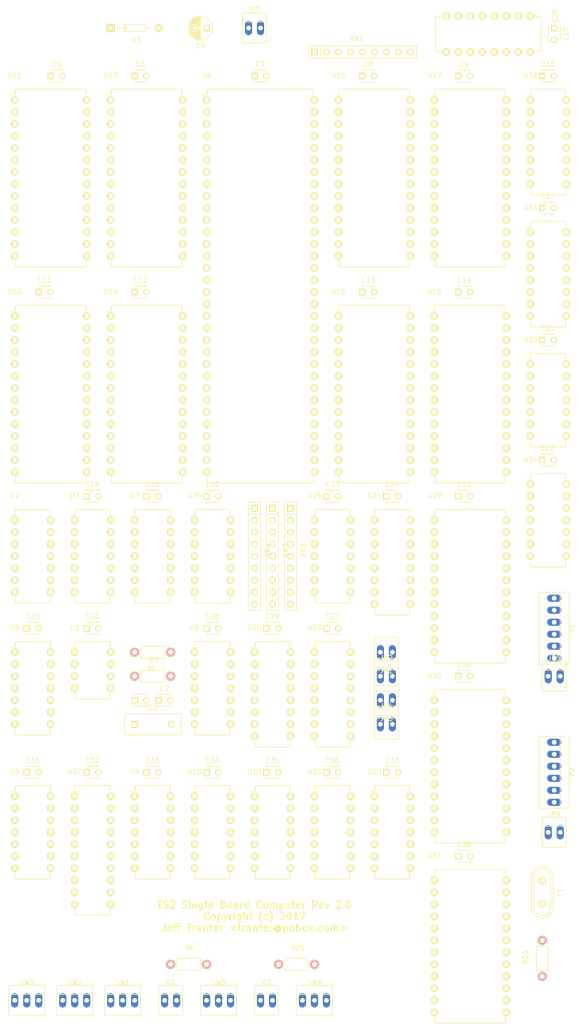
<source format=kicad_pcb>
(kicad_pcb (version 4) (host pcbnew 4.0.2+dfsg1-stable)
  (title_block (title "TS2 68000 Single Board Computer") (date 2017-01-23) (rev 2.0) (company "Jeff Tranter") (comment 1 "PCB Layout"))
  (layers (0 F.Cu signal) (31 B.Cu signal) (35 F.Paste user hide) (37 F.SilkS user) (39 F.Mask user) (44 Edge.Cuts user))
  (net 0 "")
  (net 1 "Net-(C1-Pad1)")
  (net 2 GND)
  (net 3 "Net-(C2-Pad1)")
  (net 4 "Net-(C3-Pad1)")
  (net 5 VCC)
  (net 6 "Net-(D1-Pad2)")
  (net 7 "Net-(D2-Pad1)")
  (net 8 "Net-(JP1-Pad2)")
  (net 9 "Net-(JP2-Pad2)")
  (net 10 "Net-(JP3-Pad2)")
  (net 11 "Net-(JP4-Pad2)")
  (net 12 POWER)
  (net 13 "Net-(JP5-Pad2)")
  (net 14 "Net-(JP6-Pad2)")
  (net 15 "Net-(P1-Pad2)")
  (net 16 "Net-(P1-Pad4)")
  (net 17 "Net-(P1-Pad5)")
  (net 18 "Net-(P1-Pad6)")
  (net 19 "Net-(P2-Pad2)")
  (net 20 "Net-(P2-Pad4)")
  (net 21 "Net-(P2-Pad5)")
  (net 22 "Net-(P2-Pad6)")
  (net 23 "Net-(P3-Pad2)")
  (net 24 "Net-(R6-Pad2)")
  (net 25 "Net-(R20-Pad1)")
  (net 26 "Net-(R20-Pad2)")
  (net 27 IRQ1*)
  (net 28 IRQ2*)
  (net 29 IRQ3*)
  (net 30 IRQ4*)
  (net 31 IRQ5*)
  (net 32 IRQ6*)
  (net 33 "Net-(RR1-Pad8)")
  (net 34 "Net-(RR1-Pad9)")
  (net 35 "Net-(RR2-Pad6)")
  (net 36 "Net-(RR2-Pad7)")
  (net 37 "Net-(RR2-Pad8)")
  (net 38 "Net-(RR2-Pad9)")
  (net 39 IPL0*)
  (net 40 IPL1*)
  (net 41 IPL2*)
  (net 42 BGACK*)
  (net 43 BR*)
  (net 44 VPA*)
  (net 45 "Net-(RR3-Pad8)")
  (net 46 "Net-(RR3-Pad9)")
  (net 47 BERR*)
  (net 48 DTACK*)
  (net 49 HALT*)
  (net 50 RESET*)
  (net 51 "Net-(RR4-Pad6)")
  (net 52 "Net-(RR4-Pad7)")
  (net 53 "Net-(RR4-Pad8)")
  (net 54 "Net-(RR4-Pad9)")
  (net 55 "Net-(U1-Pad3)")
  (net 56 "Net-(U2-Pad1)")
  (net 57 CLK)
  (net 58 "Net-(U3-Pad2)")
  (net 59 "Net-(U3-Pad3)")
  (net 60 "Net-(U3-Pad8)")
  (net 61 LDS*)
  (net 62 "Net-(U29-Pad8)")
  (net 63 UDS*)
  (net 64 "Net-(U21-Pad15)")
  (net 65 "Net-(U34-Pad8)")
  (net 66 POR*)
  (net 67 RV*)
  (net 68 "Net-(U5-Pad6)")
  (net 69 R*/W)
  (net 70 R/W*)
  (net 71 "Net-(U21-Pad1)")
  (net 72 AS*)
  (net 73 "Net-(U29-Pad10)")
  (net 74 VMA*)
  (net 75 D04)
  (net 76 D03)
  (net 77 D02)
  (net 78 D01)
  (net 79 D00)
  (net 80 "Net-(U6-Pad11)")
  (net 81 E)
  (net 82 FC2)
  (net 83 FC1)
  (net 84 FC0)
  (net 85 A01)
  (net 86 A02)
  (net 87 A03)
  (net 88 A04)
  (net 89 A05)
  (net 90 A06)
  (net 91 A07)
  (net 92 A08)
  (net 93 A09)
  (net 94 A10)
  (net 95 A11)
  (net 96 A12)
  (net 97 A13)
  (net 98 A14)
  (net 99 A15)
  (net 100 A16)
  (net 101 A17)
  (net 102 A18)
  (net 103 A19)
  (net 104 A20)
  (net 105 A21)
  (net 106 A22)
  (net 107 A23)
  (net 108 D15)
  (net 109 D14)
  (net 110 D13)
  (net 111 D12)
  (net 112 D11)
  (net 113 D10)
  (net 114 D09)
  (net 115 D08)
  (net 116 D07)
  (net 117 D06)
  (net 118 D05)
  (net 119 SEL2*)
  (net 120 "Net-(U7-Pad3)")
  (net 121 "Net-(U10-Pad6)")
  (net 122 "Net-(U23-Pad8)")
  (net 123 "Net-(U34-Pad9)")
  (net 124 /page8/IACK3*)
  (net 125 /page8/IACK5*)
  (net 126 "Net-(U34-Pad10)")
  (net 127 /page8/IACK6*)
  (net 128 /page8/IACK7*)
  (net 129 SEL0*)
  (net 130 "Net-(U8-Pad3)")
  (net 131 CS_ROM1U*)
  (net 132 CS_ROM1L*)
  (net 133 CS_ROM2U*)
  (net 134 SEL3*)
  (net 135 CS_ROM2L*)
  (net 136 CS_RAM1U*)
  (net 137 CS_RAM1L*)
  (net 138 CS_RAM2U*)
  (net 139 SEL1*)
  (net 140 CS_RAM2L*)
  (net 141 "Net-(U10-Pad4)")
  (net 142 "Net-(U10-Pad5)")
  (net 143 "Net-(U10-Pad8)")
  (net 144 "Net-(U10-Pad11)")
  (net 145 "Net-(U12-Pad1)")
  (net 146 "Net-(U14-Pad1)")
  (net 147 "Net-(U16-Pad1)")
  (net 148 "Net-(U18-Pad1)")
  (net 149 "Net-(U19-Pad6)")
  (net 150 "Net-(U19-Pad9)")
  (net 151 "Net-(U19-Pad10)")
  (net 152 "Net-(U19-Pad12)")
  (net 153 "Net-(U19-Pad13)")
  (net 154 "Net-(U20-Pad5)")
  (net 155 "Net-(U20-Pad6)")
  (net 156 "Net-(U20-Pad8)")
  (net 157 "Net-(U20-Pad9)")
  (net 158 "Net-(U21-Pad7)")
  (net 159 "Net-(U21-Pad11)")
  (net 160 "Net-(U21-Pad12)")
  (net 161 "Net-(U21-Pad13)")
  (net 162 "Net-(U21-Pad14)")
  (net 163 "Net-(U22-Pad12)")
  (net 164 "Net-(U22-Pad13)")
  (net 165 "Net-(U22-Pad14)")
  (net 166 "Net-(U22-Pad15)")
  (net 167 "Net-(U23-Pad9)")
  (net 168 "Net-(U26-Pad7)")
  (net 169 "Net-(U26-Pad9)")
  (net 170 "Net-(U26-Pad10)")
  (net 171 "Net-(U26-Pad11)")
  (net 172 "Net-(U27-Pad1)")
  (net 173 CS_PERI2*)
  (net 174 "Net-(U27-Pad8)")
  (net 175 "Net-(U27-Pad9)")
  (net 176 "Net-(U27-Pad11)")
  (net 177 "Net-(U27-Pad12)")
  (net 178 "Net-(U27-Pad18)")
  (net 179 "Net-(U27-Pad19)")
  (net 180 IRQ7*)
  (net 181 "Net-(U28-Pad14)")
  (net 182 "Net-(U28-Pad15)")
  (net 183 "Net-(U29-Pad3)")
  (net 184 "Net-(U29-Pad24)")
  (net 185 "Net-(U30-Pad24)")
  (net 186 "Net-(U31-Pad2)")
  (net 187 "Net-(U31-Pad3)")
  (net 188 "Net-(U31-Pad4)")
  (net 189 "Net-(U31-Pad5)")
  (net 190 "Net-(U31-Pad7)")
  (net 191 "Net-(U32-Pad7)")
  (net 192 "Net-(U32-Pad9)")
  (net 193 "Net-(U32-Pad10)")
  (net 194 "Net-(U32-Pad11)")
  (net 195 "Net-(U32-Pad12)")
  (net 196 "Net-(U32-Pad13)")
  (net 197 "Net-(U32-Pad14)")
  (net 198 "Net-(U32-Pad15)")
  (net 199 "Net-(U33-Pad12)")
  (net 200 "Net-(U33-Pad13)")
  (net 201 "Net-(U33-Pad14)")
  (net 202 "Net-(U33-Pad15)")
  (net 203 "Net-(U34-Pad2)")
  (net 204 "Net-(U34-Pad3)")
  (net 205 "Net-(U34-Pad11)")
  (net 206 "Net-(U35-Pad5)")
  (net 207 "Net-(U35-Pad8)")
  (net 208 "Net-(U35-Pad9)")
  (module Capacitors_ThroughHole:C_Disc_D3_P2.5 (layer F.Cu) (at 53.34 165.1)
    (fp_text reference C1 (at 2.286 0.508) (layer F.SilkS))
    (fp_text value 0.1uF)
    (pad 1 thru_hole rect (at 0 0) (size 1.3 1.3) (drill 0.8) (layers *.Cu *.Mask F.SilkS) (net 1 "Net-(C1-Pad1)"))
    (pad 2 thru_hole circle (at 2.5 0) (size 1.3 1.3) (drill 0.8001) (layers *.Cu *.Mask F.SilkS) (net 2 GND))
  )
  (module Capacitors_ThroughHole:C_Disc_D3_P2.5 (layer F.Cu) (at 58.42 165.1)
    (fp_text reference C2 (at 1.25 -2.5) (layer F.SilkS))
    (fp_text value 0.1uF)
    (pad 1 thru_hole rect (at 0 0) (size 1.3 1.3) (drill 0.8) (layers *.Cu *.Mask F.SilkS) (net 3 "Net-(C2-Pad1)"))
    (pad 2 thru_hole circle (at 2.5 0) (size 1.3 1.3) (drill 0.8001) (layers *.Cu *.Mask F.SilkS) (net 2 GND))
  )
  (module Capacitors_ThroughHole:C_Disc_D12_P7.75 (layer F.Cu) (at 53.34 170.18)
    (fp_text reference C3 (at 3.875 -3.5) (layer F.SilkS))
    (fp_text value 0.47uF)
    (pad 1 thru_hole rect (at 0 0) (size 1.4 1.4) (drill 0.9) (layers *.Cu *.Mask F.SilkS) (net 4 "Net-(C3-Pad1)"))
    (pad 2 thru_hole circle (at 7.75 0) (size 1.4 1.4) (drill 0.9) (layers *.Cu *.Mask F.SilkS) (net 2 GND))
  )
  (module Capacitors_ThroughHole:C_Radial_D5_L6_P2.5 (layer F.Cu) (at 68.58 22.86 180)
    (fp_text reference C4 (at 1.25 -3.8 180) (layer F.SilkS))
    (fp_text value 100uF)
    (pad 1 thru_hole rect (at 0 0 180) (size 1.3 1.3) (drill 0.8) (layers *.Cu *.Mask F.SilkS) (net 5 VCC))
    (pad 2 thru_hole circle (at 2.5 0 180) (size 1.3 1.3) (drill 0.8) (layers *.Cu *.Mask F.SilkS) (net 2 GND))
  )
  (module Capacitors_ThroughHole:C_Disc_D3_P2.5 (layer F.Cu) (at 35.56 33.02)
    (fp_text reference C5 (at 1.25 -2.5) (layer F.SilkS))
    (fp_text value 0.1uF)
    (pad 1 thru_hole rect (at 0 0) (size 1.3 1.3) (drill 0.8) (layers *.Cu *.Mask F.SilkS) (net 5 VCC))
    (pad 2 thru_hole circle (at 2.5 0) (size 1.3 1.3) (drill 0.8001) (layers *.Cu *.Mask F.SilkS) (net 2 GND))
  )
  (module Capacitors_ThroughHole:C_Disc_D3_P2.5 (layer F.Cu) (at 53.34 33.02)
    (fp_text reference C6 (at 1.25 -2.5) (layer F.SilkS))
    (fp_text value 0.1uF)
    (pad 1 thru_hole rect (at 0 0) (size 1.3 1.3) (drill 0.8) (layers *.Cu *.Mask F.SilkS) (net 5 VCC))
    (pad 2 thru_hole circle (at 2.5 0) (size 1.3 1.3) (drill 0.8001) (layers *.Cu *.Mask F.SilkS) (net 2 GND))
  )
  (module Capacitors_ThroughHole:C_Disc_D3_P2.5 (layer F.Cu) (at 78.74 33.02)
    (fp_text reference C7 (at 1.25 -2.5) (layer F.SilkS))
    (fp_text value 0.1uF)
    (pad 1 thru_hole rect (at 0 0) (size 1.3 1.3) (drill 0.8) (layers *.Cu *.Mask F.SilkS) (net 5 VCC))
    (pad 2 thru_hole circle (at 2.5 0) (size 1.3 1.3) (drill 0.8001) (layers *.Cu *.Mask F.SilkS) (net 2 GND))
  )
  (module Capacitors_ThroughHole:C_Disc_D3_P2.5 (layer F.Cu) (at 101.6 33.02)
    (fp_text reference C8 (at 1.25 -2.5) (layer F.SilkS))
    (fp_text value 0.1uF)
    (pad 1 thru_hole rect (at 0 0) (size 1.3 1.3) (drill 0.8) (layers *.Cu *.Mask F.SilkS) (net 5 VCC))
    (pad 2 thru_hole circle (at 2.5 0) (size 1.3 1.3) (drill 0.8001) (layers *.Cu *.Mask F.SilkS) (net 2 GND))
  )
  (module Capacitors_ThroughHole:C_Disc_D3_P2.5 (layer F.Cu) (at 121.92 33.02)
    (fp_text reference C9 (at 1.25 -2.5) (layer F.SilkS))
    (fp_text value 0.1uF)
    (pad 1 thru_hole rect (at 0 0) (size 1.3 1.3) (drill 0.8) (layers *.Cu *.Mask F.SilkS) (net 5 VCC))
    (pad 2 thru_hole circle (at 2.5 0) (size 1.3 1.3) (drill 0.8001) (layers *.Cu *.Mask F.SilkS) (net 2 GND))
  )
  (module Capacitors_ThroughHole:C_Disc_D3_P2.5 (layer F.Cu) (at 142.24 22.86 270)
    (fp_text reference C10 (at 1.25 -2.5 270) (layer F.SilkS))
    (fp_text value 0.1uF)
    (pad 1 thru_hole rect (at 0 0 270) (size 1.3 1.3) (drill 0.8) (layers *.Cu *.Mask F.SilkS) (net 5 VCC))
    (pad 2 thru_hole circle (at 2.5 0 270) (size 1.3 1.3) (drill 0.8001) (layers *.Cu *.Mask F.SilkS) (net 2 GND))
  )
  (module Capacitors_ThroughHole:C_Disc_D3_P2.5 (layer F.Cu) (at 33.02 78.74)
    (fp_text reference C11 (at 1.25 -2.5) (layer F.SilkS))
    (fp_text value 0.1uF)
    (pad 1 thru_hole rect (at 0 0) (size 1.3 1.3) (drill 0.8) (layers *.Cu *.Mask F.SilkS) (net 5 VCC))
    (pad 2 thru_hole circle (at 2.5 0) (size 1.3 1.3) (drill 0.8001) (layers *.Cu *.Mask F.SilkS) (net 2 GND))
  )
  (module Capacitors_ThroughHole:C_Disc_D3_P2.5 (layer F.Cu) (at 53.34 78.74)
    (fp_text reference C12 (at 1.25 -2.5) (layer F.SilkS))
    (fp_text value 0.1uF)
    (pad 1 thru_hole rect (at 0 0) (size 1.3 1.3) (drill 0.8) (layers *.Cu *.Mask F.SilkS) (net 5 VCC))
    (pad 2 thru_hole circle (at 2.5 0) (size 1.3 1.3) (drill 0.8001) (layers *.Cu *.Mask F.SilkS) (net 2 GND))
  )
  (module Capacitors_ThroughHole:C_Disc_D3_P2.5 (layer F.Cu) (at 101.6 78.74)
    (fp_text reference C13 (at 1.25 -2.5) (layer F.SilkS))
    (fp_text value 0.1uF)
    (pad 1 thru_hole rect (at 0 0) (size 1.3 1.3) (drill 0.8) (layers *.Cu *.Mask F.SilkS) (net 5 VCC))
    (pad 2 thru_hole circle (at 2.5 0) (size 1.3 1.3) (drill 0.8001) (layers *.Cu *.Mask F.SilkS) (net 2 GND))
  )
  (module Capacitors_ThroughHole:C_Disc_D3_P2.5 (layer F.Cu) (at 121.92 78.74)
    (fp_text reference C14 (at 1.25 -2.5) (layer F.SilkS))
    (fp_text value 0.1uF)
    (pad 1 thru_hole rect (at 0 0) (size 1.3 1.3) (drill 0.8) (layers *.Cu *.Mask F.SilkS) (net 5 VCC))
    (pad 2 thru_hole circle (at 2.5 0) (size 1.3 1.3) (drill 0.8001) (layers *.Cu *.Mask F.SilkS) (net 2 GND))
  )
  (module Capacitors_ThroughHole:C_Disc_D3_P2.5 (layer F.Cu) (at 121.92 121.92)
    (fp_text reference C15 (at 1.25 -2.5) (layer F.SilkS))
    (fp_text value 0.1uF)
    (pad 1 thru_hole rect (at 0 0) (size 1.3 1.3) (drill 0.8) (layers *.Cu *.Mask F.SilkS) (net 5 VCC))
    (pad 2 thru_hole circle (at 2.5 0) (size 1.3 1.3) (drill 0.8001) (layers *.Cu *.Mask F.SilkS) (net 2 GND))
  )
  (module Capacitors_ThroughHole:C_Disc_D3_P2.5 (layer F.Cu) (at 139.7 33.02)
    (fp_text reference C16 (at 1.25 -2.5) (layer F.SilkS))
    (fp_text value 0.1uF)
    (pad 1 thru_hole rect (at 0 0) (size 1.3 1.3) (drill 0.8) (layers *.Cu *.Mask F.SilkS) (net 5 VCC))
    (pad 2 thru_hole circle (at 2.5 0) (size 1.3 1.3) (drill 0.8001) (layers *.Cu *.Mask F.SilkS) (net 2 GND))
  )
  (module Capacitors_ThroughHole:C_Disc_D3_P2.5 (layer F.Cu) (at 139.7 60.96)
    (fp_text reference C17 (at 1.25 -2.5) (layer F.SilkS))
    (fp_text value 0.1uF)
    (pad 1 thru_hole rect (at 0 0) (size 1.3 1.3) (drill 0.8) (layers *.Cu *.Mask F.SilkS) (net 5 VCC))
    (pad 2 thru_hole circle (at 2.5 0) (size 1.3 1.3) (drill 0.8001) (layers *.Cu *.Mask F.SilkS) (net 2 GND))
  )
  (module Capacitors_ThroughHole:C_Disc_D3_P2.5 (layer F.Cu) (at 43.18 121.92)
    (fp_text reference C18 (at 1.25 -2.5) (layer F.SilkS))
    (fp_text value 0.1uF)
    (pad 1 thru_hole rect (at 0 0) (size 1.3 1.3) (drill 0.8) (layers *.Cu *.Mask F.SilkS) (net 5 VCC))
    (pad 2 thru_hole circle (at 2.5 0) (size 1.3 1.3) (drill 0.8001) (layers *.Cu *.Mask F.SilkS) (net 2 GND))
  )
  (module Capacitors_ThroughHole:C_Disc_D3_P2.5 (layer F.Cu) (at 55.88 121.92)
    (fp_text reference C19 (at 1.25 -2.5) (layer F.SilkS))
    (fp_text value 0.1uF)
    (pad 1 thru_hole rect (at 0 0) (size 1.3 1.3) (drill 0.8) (layers *.Cu *.Mask F.SilkS) (net 5 VCC))
    (pad 2 thru_hole circle (at 2.5 0) (size 1.3 1.3) (drill 0.8001) (layers *.Cu *.Mask F.SilkS) (net 2 GND))
  )
  (module Capacitors_ThroughHole:C_Disc_D3_P2.5 (layer F.Cu) (at 68.58 121.92)
    (fp_text reference C20 (at 1.25 -2.5) (layer F.SilkS))
    (fp_text value 0.1uF)
    (pad 1 thru_hole rect (at 0 0) (size 1.3 1.3) (drill 0.8) (layers *.Cu *.Mask F.SilkS) (net 5 VCC))
    (pad 2 thru_hole circle (at 2.5 0) (size 1.3 1.3) (drill 0.8001) (layers *.Cu *.Mask F.SilkS) (net 2 GND))
  )
  (module Capacitors_ThroughHole:C_Disc_D3_P2.5 (layer F.Cu) (at 139.7 88.9)
    (fp_text reference C21 (at 1.25 -2.5) (layer F.SilkS))
    (fp_text value 0.1uF)
    (pad 1 thru_hole rect (at 0 0) (size 1.3 1.3) (drill 0.8) (layers *.Cu *.Mask F.SilkS) (net 5 VCC))
    (pad 2 thru_hole circle (at 2.5 0) (size 1.3 1.3) (drill 0.8001) (layers *.Cu *.Mask F.SilkS) (net 2 GND))
  )
  (module Capacitors_ThroughHole:C_Disc_D3_P2.5 (layer F.Cu) (at 139.7 114.3)
    (fp_text reference C22 (at 1.016 -2.54) (layer F.SilkS))
    (fp_text value 0.1uF)
    (pad 1 thru_hole rect (at 0 0) (size 1.3 1.3) (drill 0.8) (layers *.Cu *.Mask F.SilkS) (net 5 VCC))
    (pad 2 thru_hole circle (at 2.5 0) (size 1.3 1.3) (drill 0.8001) (layers *.Cu *.Mask F.SilkS) (net 2 GND))
  )
  (module Capacitors_ThroughHole:C_Disc_D3_P2.5 (layer F.Cu) (at 93.98 121.92)
    (fp_text reference C23 (at 1.25 -2.5) (layer F.SilkS))
    (fp_text value 0.1uF)
    (pad 1 thru_hole rect (at 0 0) (size 1.3 1.3) (drill 0.8) (layers *.Cu *.Mask F.SilkS) (net 5 VCC))
    (pad 2 thru_hole circle (at 2.5 0) (size 1.3 1.3) (drill 0.8001) (layers *.Cu *.Mask F.SilkS) (net 2 GND))
  )
  (module Capacitors_ThroughHole:C_Disc_D3_P2.5 (layer F.Cu) (at 106.68 121.92)
    (fp_text reference C24 (at 1.25 -2.5) (layer F.SilkS))
    (fp_text value 0.1uF)
    (pad 1 thru_hole rect (at 0 0) (size 1.3 1.3) (drill 0.8) (layers *.Cu *.Mask F.SilkS) (net 5 VCC))
    (pad 2 thru_hole circle (at 2.5 0) (size 1.3 1.3) (drill 0.8001) (layers *.Cu *.Mask F.SilkS) (net 2 GND))
  )
  (module Capacitors_ThroughHole:C_Disc_D3_P2.5 (layer F.Cu) (at 30.48 149.86)
    (fp_text reference C25 (at 1.25 -2.5) (layer F.SilkS))
    (fp_text value 0.1uF)
    (pad 1 thru_hole rect (at 0 0) (size 1.3 1.3) (drill 0.8) (layers *.Cu *.Mask F.SilkS) (net 5 VCC))
    (pad 2 thru_hole circle (at 2.5 0) (size 1.3 1.3) (drill 0.8001) (layers *.Cu *.Mask F.SilkS) (net 2 GND))
  )
  (module Capacitors_ThroughHole:C_Disc_D3_P2.5 (layer F.Cu) (at 43.18 149.86)
    (fp_text reference C26 (at 1.25 -2.5) (layer F.SilkS))
    (fp_text value 0.1uF)
    (pad 1 thru_hole rect (at 0 0) (size 1.3 1.3) (drill 0.8) (layers *.Cu *.Mask F.SilkS) (net 5 VCC))
    (pad 2 thru_hole circle (at 2.5 0) (size 1.3 1.3) (drill 0.8001) (layers *.Cu *.Mask F.SilkS) (net 2 GND))
  )
  (module Capacitors_ThroughHole:C_Disc_D3_P2.5 (layer F.Cu) (at 93.98 149.86)
    (fp_text reference C27 (at 1.25 -2.5) (layer F.SilkS))
    (fp_text value 0.1uF)
    (pad 1 thru_hole rect (at 0 0) (size 1.3 1.3) (drill 0.8) (layers *.Cu *.Mask F.SilkS) (net 5 VCC))
    (pad 2 thru_hole circle (at 2.5 0) (size 1.3 1.3) (drill 0.8001) (layers *.Cu *.Mask F.SilkS) (net 2 GND))
  )
  (module Capacitors_ThroughHole:C_Disc_D3_P2.5 (layer F.Cu) (at 68.58 149.86)
    (fp_text reference C28 (at 1.25 -2.5) (layer F.SilkS))
    (fp_text value 0.1uF)
    (pad 1 thru_hole rect (at 0 0) (size 1.3 1.3) (drill 0.8) (layers *.Cu *.Mask F.SilkS) (net 5 VCC))
    (pad 2 thru_hole circle (at 2.5 0) (size 1.3 1.3) (drill 0.8001) (layers *.Cu *.Mask F.SilkS) (net 2 GND))
  )
  (module Capacitors_ThroughHole:C_Disc_D3_P2.5 (layer F.Cu) (at 81.28 149.86)
    (fp_text reference C29 (at 1.25 -2.5) (layer F.SilkS))
    (fp_text value 0.1uF)
    (pad 1 thru_hole rect (at 0 0) (size 1.3 1.3) (drill 0.8) (layers *.Cu *.Mask F.SilkS) (net 5 VCC))
    (pad 2 thru_hole circle (at 2.5 0) (size 1.3 1.3) (drill 0.8001) (layers *.Cu *.Mask F.SilkS) (net 2 GND))
  )
  (module Capacitors_ThroughHole:C_Disc_D3_P2.5 (layer F.Cu) (at 121.92 160.02)
    (fp_text reference C30 (at 1.25 -2.5) (layer F.SilkS))
    (fp_text value 0.1uF)
    (pad 1 thru_hole rect (at 0 0) (size 1.3 1.3) (drill 0.8) (layers *.Cu *.Mask F.SilkS) (net 5 VCC))
    (pad 2 thru_hole circle (at 2.5 0) (size 1.3 1.3) (drill 0.8001) (layers *.Cu *.Mask F.SilkS) (net 2 GND))
  )
  (module Capacitors_ThroughHole:C_Disc_D3_P2.5 (layer F.Cu) (at 30.48 180.34)
    (fp_text reference C31 (at 1.25 -2.5) (layer F.SilkS))
    (fp_text value 0.1uF)
    (pad 1 thru_hole rect (at 0 0) (size 1.3 1.3) (drill 0.8) (layers *.Cu *.Mask F.SilkS) (net 5 VCC))
    (pad 2 thru_hole circle (at 2.5 0) (size 1.3 1.3) (drill 0.8001) (layers *.Cu *.Mask F.SilkS) (net 2 GND))
  )
  (module Capacitors_ThroughHole:C_Disc_D3_P2.5 (layer F.Cu) (at 43.18 180.34)
    (fp_text reference C32 (at 1.25 -2.5) (layer F.SilkS))
    (fp_text value 0.1uF)
    (pad 1 thru_hole rect (at 0 0) (size 1.3 1.3) (drill 0.8) (layers *.Cu *.Mask F.SilkS) (net 5 VCC))
    (pad 2 thru_hole circle (at 2.5 0) (size 1.3 1.3) (drill 0.8001) (layers *.Cu *.Mask F.SilkS) (net 2 GND))
  )
  (module Capacitors_ThroughHole:C_Disc_D3_P2.5 (layer F.Cu) (at 55.88 180.34)
    (fp_text reference C33 (at 1.25 -2.5) (layer F.SilkS))
    (fp_text value 0.1uF)
    (pad 1 thru_hole rect (at 0 0) (size 1.3 1.3) (drill 0.8) (layers *.Cu *.Mask F.SilkS) (net 5 VCC))
    (pad 2 thru_hole circle (at 2.5 0) (size 1.3 1.3) (drill 0.8001) (layers *.Cu *.Mask F.SilkS) (net 2 GND))
  )
  (module Capacitors_ThroughHole:C_Disc_D3_P2.5 (layer F.Cu) (at 68.58 180.34)
    (fp_text reference C34 (at 1.25 -2.5) (layer F.SilkS))
    (fp_text value 0.1uF)
    (pad 1 thru_hole rect (at 0 0) (size 1.3 1.3) (drill 0.8) (layers *.Cu *.Mask F.SilkS) (net 5 VCC))
    (pad 2 thru_hole circle (at 2.5 0) (size 1.3 1.3) (drill 0.8001) (layers *.Cu *.Mask F.SilkS) (net 2 GND))
  )
  (module Capacitors_ThroughHole:C_Disc_D3_P2.5 (layer F.Cu) (at 81.28 180.34)
    (fp_text reference C35 (at 1.25 -2.5) (layer F.SilkS))
    (fp_text value 0.1uF)
    (pad 1 thru_hole rect (at 0 0) (size 1.3 1.3) (drill 0.8) (layers *.Cu *.Mask F.SilkS) (net 5 VCC))
    (pad 2 thru_hole circle (at 2.5 0) (size 1.3 1.3) (drill 0.8001) (layers *.Cu *.Mask F.SilkS) (net 2 GND))
  )
  (module Capacitors_ThroughHole:C_Disc_D3_P2.5 (layer F.Cu) (at 93.98 180.34)
    (fp_text reference C36 (at 1.25 -2.5) (layer F.SilkS))
    (fp_text value 0.1uF)
    (pad 1 thru_hole rect (at 0 0) (size 1.3 1.3) (drill 0.8) (layers *.Cu *.Mask F.SilkS) (net 5 VCC))
    (pad 2 thru_hole circle (at 2.5 0) (size 1.3 1.3) (drill 0.8001) (layers *.Cu *.Mask F.SilkS) (net 2 GND))
  )
  (module Capacitors_ThroughHole:C_Disc_D3_P2.5 (layer F.Cu) (at 106.68 180.34)
    (fp_text reference C37 (at 1.25 -2.5) (layer F.SilkS))
    (fp_text value 0.1uF)
    (pad 1 thru_hole rect (at 0 0) (size 1.3 1.3) (drill 0.8) (layers *.Cu *.Mask F.SilkS) (net 5 VCC))
    (pad 2 thru_hole circle (at 2.5 0) (size 1.3 1.3) (drill 0.8001) (layers *.Cu *.Mask F.SilkS) (net 2 GND))
  )
  (module Capacitors_ThroughHole:C_Disc_D3_P2.5 (layer F.Cu) (at 121.92 198.12)
    (fp_text reference C38 (at 1.25 -2.5) (layer F.SilkS))
    (fp_text value 0.1uF)
    (pad 1 thru_hole rect (at 0 0) (size 1.3 1.3) (drill 0.8) (layers *.Cu *.Mask F.SilkS) (net 5 VCC))
    (pad 2 thru_hole circle (at 2.5 0) (size 1.3 1.3) (drill 0.8001) (layers *.Cu *.Mask F.SilkS) (net 2 GND))
  )
  (module Connect:PINHEAD1-2 (layer F.Cu) (at 60.96 228.6)
    (fp_text reference D1 (at 0 -3.9) (layer F.SilkS))
    (fp_text value RESET/HALT)
    (pad 1 thru_hole oval (at -1.27 0) (size 1.50622 3.01498) (drill 0.99822) (layers *.Cu *.Mask) (net 2 GND))
    (pad 2 thru_hole oval (at 1.27 0) (size 1.50622 3.01498) (drill 0.99822) (layers *.Cu *.Mask) (net 6 "Net-(D1-Pad2)"))
  )
  (module Connect:PINHEAD1-2 (layer F.Cu) (at 81.28 228.6)
    (fp_text reference D2 (at 0 -3.9) (layer F.SilkS))
    (fp_text value POWER)
    (pad 1 thru_hole oval (at -1.27 0) (size 1.50622 3.01498) (drill 0.99822) (layers *.Cu *.Mask) (net 7 "Net-(D2-Pad1)"))
    (pad 2 thru_hole oval (at 1.27 0) (size 1.50622 3.01498) (drill 0.99822) (layers *.Cu *.Mask) (net 5 VCC))
  )
  (module Diodes_ThroughHole:Diode_DO-35_SOD27_Horizontal_RM10 (layer F.Cu) (at 48.26 22.86)
    (fp_text reference D3 (at 5.43052 2.53746) (layer F.SilkS))
    (fp_text value 1N5404)
    (pad 2 thru_hole circle (at 10.16052 -0.00254 180) (size 1.69926 1.69926) (drill 0.70104) (layers *.Cu *.Mask F.SilkS) (net 2 GND))
    (pad 1 thru_hole rect (at 0.00052 -0.00254 180) (size 1.69926 1.69926) (drill 0.70104) (layers *.Cu *.Mask F.SilkS) (net 5 VCC))
  )
  (module Connect:PINHEAD1-6 (layer F.Cu) (at 142.24 149.86 270)
    (fp_text reference P1 (at 0 -3.75 270) (layer F.SilkS))
    (fp_text value "FTDI (TERMINAL)")
    (pad 1 thru_hole oval (at -6.35 0 270) (size 1.50622 3.01498) (drill 0.99822) (layers *.Cu *.Mask) (net 2 GND))
    (pad 2 thru_hole oval (at -3.81 0 270) (size 1.50622 3.01498) (drill 0.99822) (layers *.Cu *.Mask) (net 15 "Net-(P1-Pad2)"))
    (pad 3 thru_hole oval (at -1.27 0 270) (size 1.50622 3.01498) (drill 0.99822) (layers *.Cu *.Mask) (net 13 "Net-(JP5-Pad2)"))
    (pad 4 thru_hole oval (at 1.27 0 270) (size 1.50622 3.01498) (drill 0.99822) (layers *.Cu *.Mask) (net 16 "Net-(P1-Pad4)"))
    (pad 5 thru_hole oval (at 3.81 0 270) (size 1.50622 3.01498) (drill 0.99822) (layers *.Cu *.Mask) (net 17 "Net-(P1-Pad5)"))
    (pad 6 thru_hole oval (at 6.35 0 270) (size 1.50622 3.01498) (drill 0.99822) (layers *.Cu *.Mask) (net 18 "Net-(P1-Pad6)"))
  )
  (module Connect:PINHEAD1-6 (layer F.Cu) (at 142.24 180.34 270)
    (fp_text reference P2 (at 0 -3.75 270) (layer F.SilkS))
    (fp_text value "FTDI (HOST)")
    (pad 1 thru_hole oval (at -6.35 0 270) (size 1.50622 3.01498) (drill 0.99822) (layers *.Cu *.Mask) (net 2 GND))
    (pad 2 thru_hole oval (at -3.81 0 270) (size 1.50622 3.01498) (drill 0.99822) (layers *.Cu *.Mask) (net 19 "Net-(P2-Pad2)"))
    (pad 3 thru_hole oval (at -1.27 0 270) (size 1.50622 3.01498) (drill 0.99822) (layers *.Cu *.Mask) (net 14 "Net-(JP6-Pad2)"))
    (pad 4 thru_hole oval (at 1.27 0 270) (size 1.50622 3.01498) (drill 0.99822) (layers *.Cu *.Mask) (net 20 "Net-(P2-Pad4)"))
    (pad 5 thru_hole oval (at 3.81 0 270) (size 1.50622 3.01498) (drill 0.99822) (layers *.Cu *.Mask) (net 21 "Net-(P2-Pad5)"))
    (pad 6 thru_hole oval (at 6.35 0 270) (size 1.50622 3.01498) (drill 0.99822) (layers *.Cu *.Mask) (net 22 "Net-(P2-Pad6)"))
  )
  (module Connect:PINHEAD1-2 (layer F.Cu) (at 78.74 22.86)
    (fp_text reference P3 (at 0 -3.9) (layer F.SilkS))
    (fp_text value "+5V POWER")
    (pad 1 thru_hole oval (at -1.27 0) (size 1.50622 3.01498) (drill 0.99822) (layers *.Cu *.Mask) (net 2 GND))
    (pad 2 thru_hole oval (at 1.27 0) (size 1.50622 3.01498) (drill 0.99822) (layers *.Cu *.Mask) (net 23 "Net-(P3-Pad2)"))
  )
  (module Resistors_ThroughHole:Resistor_Horizontal_RM7mm (layer F.Cu) (at 60.96 154.94 180)
    (fp_text reference R1 (at 4.05892 -3.50012 180) (layer F.SilkS))
    (fp_text value 1M)
    (pad 1 thru_hole circle (at 0 0 180) (size 1.99898 1.99898) (drill 1.00076) (layers *.Cu *.SilkS *.Mask) (net 5 VCC))
    (pad 2 thru_hole circle (at 7.62 0 180) (size 1.99898 1.99898) (drill 1.00076) (layers *.Cu *.SilkS *.Mask) (net 3 "Net-(C2-Pad1)"))
  )
  (module Resistors_ThroughHole:Resistor_Horizontal_RM7mm (layer F.Cu) (at 53.34 160.02)
    (fp_text reference R4 (at 4.05892 -3.50012) (layer F.SilkS))
    (fp_text value 1M)
    (pad 1 thru_hole circle (at 0 0) (size 1.99898 1.99898) (drill 1.00076) (layers *.Cu *.SilkS *.Mask) (net 5 VCC))
    (pad 2 thru_hole circle (at 7.62 0) (size 1.99898 1.99898) (drill 1.00076) (layers *.Cu *.SilkS *.Mask) (net 4 "Net-(C3-Pad1)"))
  )
  (module Resistors_ThroughHole:Resistor_Horizontal_RM7mm (layer F.Cu) (at 60.96 220.98)
    (fp_text reference R6 (at 4.05892 -3.50012) (layer F.SilkS))
    (fp_text value 470)
    (pad 1 thru_hole circle (at 0 0) (size 1.99898 1.99898) (drill 1.00076) (layers *.Cu *.SilkS *.Mask) (net 6 "Net-(D1-Pad2)"))
    (pad 2 thru_hole circle (at 7.62 0) (size 1.99898 1.99898) (drill 1.00076) (layers *.Cu *.SilkS *.Mask) (net 24 "Net-(R6-Pad2)"))
  )
  (module Resistors_ThroughHole:Resistor_Horizontal_RM7mm (layer F.Cu) (at 139.7 223.52 90)
    (fp_text reference R20 (at 4.05892 -3.50012 90) (layer F.SilkS))
    (fp_text value 15M)
    (pad 1 thru_hole circle (at 0 0 90) (size 1.99898 1.99898) (drill 1.00076) (layers *.Cu *.SilkS *.Mask) (net 25 "Net-(R20-Pad1)"))
    (pad 2 thru_hole circle (at 7.62 0 90) (size 1.99898 1.99898) (drill 1.00076) (layers *.Cu *.SilkS *.Mask) (net 26 "Net-(R20-Pad2)"))
  )
  (module Resistors_ThroughHole:Resistor_Horizontal_RM7mm (layer F.Cu) (at 83.82 220.98)
    (fp_text reference R25 (at 4.05892 -3.50012) (layer F.SilkS))
    (fp_text value 330)
    (pad 1 thru_hole circle (at 0 0) (size 1.99898 1.99898) (drill 1.00076) (layers *.Cu *.SilkS *.Mask) (net 7 "Net-(D2-Pad1)"))
    (pad 2 thru_hole circle (at 7.62 0) (size 1.99898 1.99898) (drill 1.00076) (layers *.Cu *.SilkS *.Mask) (net 2 GND))
  )
  (module Resistors_ThroughHole:Resistor_Array_SIP8 (layer F.Cu) (at 101.6 27.94)
    (fp_text reference RR1 (at -1.27 -2.794) (layer F.SilkS))
    (fp_text value 4.7K)
    (pad 1 thru_hole rect (at -10.16 0) (size 1.397 1.397) (drill 0.8128) (layers *.Cu *.Mask F.SilkS) (net 5 VCC))
    (pad 2 thru_hole circle (at -7.62 0) (size 1.397 1.397) (drill 0.8128) (layers *.Cu *.Mask F.SilkS) (net 27 IRQ1*))
    (pad 3 thru_hole circle (at -5.08 0) (size 1.397 1.397) (drill 0.8128) (layers *.Cu *.Mask F.SilkS) (net 28 IRQ2*))
    (pad 4 thru_hole circle (at -2.54 0) (size 1.397 1.397) (drill 0.8128) (layers *.Cu *.Mask F.SilkS) (net 29 IRQ3*))
    (pad 5 thru_hole circle (at 0 0) (size 1.397 1.397) (drill 0.8128) (layers *.Cu *.Mask F.SilkS) (net 30 IRQ4*))
    (pad 6 thru_hole circle (at 2.54 0) (size 1.397 1.397) (drill 0.8128) (layers *.Cu *.Mask F.SilkS) (net 31 IRQ5*))
    (pad 7 thru_hole circle (at 5.08 0) (size 1.397 1.397) (drill 0.8128) (layers *.Cu *.Mask F.SilkS) (net 32 IRQ6*))
    (pad 8 thru_hole circle (at 7.62 0) (size 1.397 1.397) (drill 0.8128) (layers *.Cu *.Mask F.SilkS) (net 33 "Net-(RR1-Pad8)"))
    (pad 9 thru_hole circle (at 10.16 0) (size 1.397 1.397) (drill 0.8128) (layers *.Cu *.Mask F.SilkS) (net 34 "Net-(RR1-Pad9)"))
  )
  (module Resistors_ThroughHole:Resistor_Array_SIP8 (layer F.Cu) (at 86.36 134.62 270)
    (fp_text reference RR2 (at -1.27 -2.794 270) (layer F.SilkS))
    (fp_text value 4.7K)
    (pad 1 thru_hole rect (at -10.16 0 270) (size 1.397 1.397) (drill 0.8128) (layers *.Cu *.Mask F.SilkS) (net 5 VCC))
    (pad 2 thru_hole circle (at -7.62 0 270) (size 1.397 1.397) (drill 0.8128) (layers *.Cu *.Mask F.SilkS) (net 11 "Net-(JP4-Pad2)"))
    (pad 3 thru_hole circle (at -5.08 0 270) (size 1.397 1.397) (drill 0.8128) (layers *.Cu *.Mask F.SilkS) (net 10 "Net-(JP3-Pad2)"))
    (pad 4 thru_hole circle (at -2.54 0 270) (size 1.397 1.397) (drill 0.8128) (layers *.Cu *.Mask F.SilkS) (net 9 "Net-(JP2-Pad2)"))
    (pad 5 thru_hole circle (at 0 0 270) (size 1.397 1.397) (drill 0.8128) (layers *.Cu *.Mask F.SilkS) (net 8 "Net-(JP1-Pad2)"))
    (pad 6 thru_hole circle (at 2.54 0 270) (size 1.397 1.397) (drill 0.8128) (layers *.Cu *.Mask F.SilkS) (net 35 "Net-(RR2-Pad6)"))
    (pad 7 thru_hole circle (at 5.08 0 270) (size 1.397 1.397) (drill 0.8128) (layers *.Cu *.Mask F.SilkS) (net 36 "Net-(RR2-Pad7)"))
    (pad 8 thru_hole circle (at 7.62 0 270) (size 1.397 1.397) (drill 0.8128) (layers *.Cu *.Mask F.SilkS) (net 37 "Net-(RR2-Pad8)"))
    (pad 9 thru_hole circle (at 10.16 0 270) (size 1.397 1.397) (drill 0.8128) (layers *.Cu *.Mask F.SilkS) (net 38 "Net-(RR2-Pad9)"))
  )
  (module Resistors_ThroughHole:Resistor_Array_SIP8 (layer F.Cu) (at 82.55 134.62 270)
    (fp_text reference RR3 (at -1.27 -2.794 270) (layer F.SilkS))
    (fp_text value 4.7K)
    (pad 1 thru_hole rect (at -10.16 0 270) (size 1.397 1.397) (drill 0.8128) (layers *.Cu *.Mask F.SilkS) (net 5 VCC))
    (pad 2 thru_hole circle (at -7.62 0 270) (size 1.397 1.397) (drill 0.8128) (layers *.Cu *.Mask F.SilkS) (net 39 IPL0*))
    (pad 3 thru_hole circle (at -5.08 0 270) (size 1.397 1.397) (drill 0.8128) (layers *.Cu *.Mask F.SilkS) (net 40 IPL1*))
    (pad 4 thru_hole circle (at -2.54 0 270) (size 1.397 1.397) (drill 0.8128) (layers *.Cu *.Mask F.SilkS) (net 41 IPL2*))
    (pad 5 thru_hole circle (at 0 0 270) (size 1.397 1.397) (drill 0.8128) (layers *.Cu *.Mask F.SilkS) (net 42 BGACK*))
    (pad 6 thru_hole circle (at 2.54 0 270) (size 1.397 1.397) (drill 0.8128) (layers *.Cu *.Mask F.SilkS) (net 43 BR*))
    (pad 7 thru_hole circle (at 5.08 0 270) (size 1.397 1.397) (drill 0.8128) (layers *.Cu *.Mask F.SilkS) (net 44 VPA*))
    (pad 8 thru_hole circle (at 7.62 0 270) (size 1.397 1.397) (drill 0.8128) (layers *.Cu *.Mask F.SilkS) (net 45 "Net-(RR3-Pad8)"))
    (pad 9 thru_hole circle (at 10.16 0 270) (size 1.397 1.397) (drill 0.8128) (layers *.Cu *.Mask F.SilkS) (net 46 "Net-(RR3-Pad9)"))
  )
  (module Resistors_ThroughHole:Resistor_Array_SIP8 (layer F.Cu) (at 78.74 134.62 270)
    (fp_text reference RR4 (at -1.27 -2.794 270) (layer F.SilkS))
    (fp_text value 4.7K)
    (pad 1 thru_hole rect (at -10.16 0 270) (size 1.397 1.397) (drill 0.8128) (layers *.Cu *.Mask F.SilkS) (net 5 VCC))
    (pad 2 thru_hole circle (at -7.62 0 270) (size 1.397 1.397) (drill 0.8128) (layers *.Cu *.Mask F.SilkS) (net 47 BERR*))
    (pad 3 thru_hole circle (at -5.08 0 270) (size 1.397 1.397) (drill 0.8128) (layers *.Cu *.Mask F.SilkS) (net 48 DTACK*))
    (pad 4 thru_hole circle (at -2.54 0 270) (size 1.397 1.397) (drill 0.8128) (layers *.Cu *.Mask F.SilkS) (net 49 HALT*))
    (pad 5 thru_hole circle (at 0 0 270) (size 1.397 1.397) (drill 0.8128) (layers *.Cu *.Mask F.SilkS) (net 50 RESET*))
    (pad 6 thru_hole circle (at 2.54 0 270) (size 1.397 1.397) (drill 0.8128) (layers *.Cu *.Mask F.SilkS) (net 51 "Net-(RR4-Pad6)"))
    (pad 7 thru_hole circle (at 5.08 0 270) (size 1.397 1.397) (drill 0.8128) (layers *.Cu *.Mask F.SilkS) (net 52 "Net-(RR4-Pad7)"))
    (pad 8 thru_hole circle (at 7.62 0 270) (size 1.397 1.397) (drill 0.8128) (layers *.Cu *.Mask F.SilkS) (net 53 "Net-(RR4-Pad8)"))
    (pad 9 thru_hole circle (at 10.16 0 270) (size 1.397 1.397) (drill 0.8128) (layers *.Cu *.Mask F.SilkS) (net 54 "Net-(RR4-Pad9)"))
  )
  (module Connect:PINHEAD1-3 (layer F.Cu) (at 50.8 228.6)
    (fp_text reference SW1 (at 0.05 -3.8) (layer F.SilkS))
    (fp_text value RESET)
    (pad 1 thru_hole oval (at -2.54 0) (size 1.50622 3.01498) (drill 0.99822) (layers *.Cu *.Mask) (net 46 "Net-(RR3-Pad9)"))
    (pad 2 thru_hole oval (at 0 0) (size 1.50622 3.01498) (drill 0.99822) (layers *.Cu *.Mask) (net 2 GND))
    (pad 3 thru_hole oval (at 2.54 0) (size 1.50622 3.01498) (drill 0.99822) (layers *.Cu *.Mask) (net 45 "Net-(RR3-Pad8)"))
  )
  (module Connect:PINHEAD1-3 (layer F.Cu) (at 40.64 228.6)
    (fp_text reference SW2 (at 0.05 -3.8) (layer F.SilkS))
    (fp_text value "SINGLE STEP/RUN")
    (pad 1 thru_hole oval (at -2.54 0) (size 1.50622 3.01498) (drill 0.99822) (layers *.Cu *.Mask) (net 35 "Net-(RR2-Pad6)"))
    (pad 2 thru_hole oval (at 0 0) (size 1.50622 3.01498) (drill 0.99822) (layers *.Cu *.Mask) (net 2 GND))
    (pad 3 thru_hole oval (at 2.54 0) (size 1.50622 3.01498) (drill 0.99822) (layers *.Cu *.Mask) (net 36 "Net-(RR2-Pad7)"))
  )
  (module Connect:PINHEAD1-3 (layer F.Cu) (at 30.48 228.6)
    (fp_text reference SW3 (at 0.05 -3.8) (layer F.SilkS))
    (fp_text value STEP)
    (pad 1 thru_hole oval (at -2.54 0) (size 1.50622 3.01498) (drill 0.99822) (layers *.Cu *.Mask) (net 37 "Net-(RR2-Pad8)"))
    (pad 2 thru_hole oval (at 0 0) (size 1.50622 3.01498) (drill 0.99822) (layers *.Cu *.Mask) (net 2 GND))
    (pad 3 thru_hole oval (at 2.54 0) (size 1.50622 3.01498) (drill 0.99822) (layers *.Cu *.Mask) (net 38 "Net-(RR2-Pad9)"))
  )
  (module Connect:PINHEAD1-3 (layer F.Cu) (at 91.44 228.6)
    (fp_text reference SW4 (at 0.05 -3.8) (layer F.SilkS))
    (fp_text value ABORT)
    (pad 1 thru_hole oval (at -2.54 0) (size 1.50622 3.01498) (drill 0.99822) (layers *.Cu *.Mask) (net 34 "Net-(RR1-Pad9)"))
    (pad 2 thru_hole oval (at 0 0) (size 1.50622 3.01498) (drill 0.99822) (layers *.Cu *.Mask) (net 2 GND))
    (pad 3 thru_hole oval (at 2.54 0) (size 1.50622 3.01498) (drill 0.99822) (layers *.Cu *.Mask) (net 33 "Net-(RR1-Pad8)"))
  )
  (module Connect:PINHEAD1-3 (layer F.Cu) (at 71.12 228.6)
    (fp_text reference SW5 (at 0.05 -3.8) (layer F.SilkS))
    (fp_text value POWER)
    (pad 1 thru_hole oval (at -2.54 0) (size 1.50622 3.01498) (drill 0.99822) (layers *.Cu *.Mask) (net 23 "Net-(P3-Pad2)"))
    (pad 2 thru_hole oval (at 0 0) (size 1.50622 3.01498) (drill 0.99822) (layers *.Cu *.Mask) (net 5 VCC))
    (pad 3 thru_hole oval (at 2.54 0) (size 1.50622 3.01498) (drill 0.99822) (layers *.Cu *.Mask))
  )
  (module Housings_DIP:DIP-8_W7.62mm (layer F.Cu) (at 40.64 154.94)
    (fp_text reference U1 (at 0 -5.22) (layer F.SilkS))
    (fp_text value 555)
    (pad 1 thru_hole oval (at 0 0) (size 1.6 1.6) (drill 0.8) (layers *.Cu *.Mask F.SilkS) (net 2 GND))
    (pad 2 thru_hole oval (at 0 2.54) (size 1.6 1.6) (drill 0.8) (layers *.Cu *.Mask F.SilkS) (net 3 "Net-(C2-Pad1)"))
    (pad 3 thru_hole oval (at 0 5.08) (size 1.6 1.6) (drill 0.8) (layers *.Cu *.Mask F.SilkS) (net 55 "Net-(U1-Pad3)"))
    (pad 4 thru_hole oval (at 0 7.62) (size 1.6 1.6) (drill 0.8) (layers *.Cu *.Mask F.SilkS) (net 5 VCC))
    (pad 5 thru_hole oval (at 7.62 7.62) (size 1.6 1.6) (drill 0.8) (layers *.Cu *.Mask F.SilkS) (net 1 "Net-(C1-Pad1)"))
    (pad 6 thru_hole oval (at 7.62 5.08) (size 1.6 1.6) (drill 0.8) (layers *.Cu *.Mask F.SilkS) (net 4 "Net-(C3-Pad1)"))
    (pad 7 thru_hole oval (at 7.62 2.54) (size 1.6 1.6) (drill 0.8) (layers *.Cu *.Mask F.SilkS) (net 4 "Net-(C3-Pad1)"))
    (pad 8 thru_hole oval (at 7.62 0) (size 1.6 1.6) (drill 0.8) (layers *.Cu *.Mask F.SilkS) (net 5 VCC))
  )
  (module Housings_DIP:DIP-14_W7.62mm (layer F.Cu) (at 27.94 127)
    (fp_text reference U2 (at 0 -5.22) (layer F.SilkS))
    (fp_text value "8 MHz")
    (pad 1 thru_hole oval (at 0 0) (size 1.6 1.6) (drill 0.8) (layers *.Cu *.Mask F.SilkS) (net 56 "Net-(U2-Pad1)"))
    (pad 2 thru_hole oval (at 0 2.54) (size 1.6 1.6) (drill 0.8) (layers *.Cu *.Mask F.SilkS))
    (pad 3 thru_hole oval (at 0 5.08) (size 1.6 1.6) (drill 0.8) (layers *.Cu *.Mask F.SilkS))
    (pad 4 thru_hole oval (at 0 7.62) (size 1.6 1.6) (drill 0.8) (layers *.Cu *.Mask F.SilkS))
    (pad 5 thru_hole oval (at 0 10.16) (size 1.6 1.6) (drill 0.8) (layers *.Cu *.Mask F.SilkS))
    (pad 6 thru_hole oval (at 0 12.7) (size 1.6 1.6) (drill 0.8) (layers *.Cu *.Mask F.SilkS))
    (pad 7 thru_hole oval (at 0 15.24) (size 1.6 1.6) (drill 0.8) (layers *.Cu *.Mask F.SilkS) (net 2 GND))
    (pad 8 thru_hole oval (at 7.62 15.24) (size 1.6 1.6) (drill 0.8) (layers *.Cu *.Mask F.SilkS) (net 57 CLK))
    (pad 9 thru_hole oval (at 7.62 12.7) (size 1.6 1.6) (drill 0.8) (layers *.Cu *.Mask F.SilkS))
    (pad 10 thru_hole oval (at 7.62 10.16) (size 1.6 1.6) (drill 0.8) (layers *.Cu *.Mask F.SilkS))
    (pad 11 thru_hole oval (at 7.62 7.62) (size 1.6 1.6) (drill 0.8) (layers *.Cu *.Mask F.SilkS))
    (pad 12 thru_hole oval (at 7.62 5.08) (size 1.6 1.6) (drill 0.8) (layers *.Cu *.Mask F.SilkS))
    (pad 13 thru_hole oval (at 7.62 2.54) (size 1.6 1.6) (drill 0.8) (layers *.Cu *.Mask F.SilkS))
    (pad 14 thru_hole oval (at 7.62 0) (size 1.6 1.6) (drill 0.8) (layers *.Cu *.Mask F.SilkS) (net 5 VCC))
  )
  (module Housings_DIP:DIP-14_W7.62mm (layer F.Cu) (at 40.64 127)
    (fp_text reference U3 (at 0 -5.22) (layer F.SilkS))
    (fp_text value 74LS00)
    (pad 1 thru_hole oval (at 0 0) (size 1.6 1.6) (drill 0.8) (layers *.Cu *.Mask F.SilkS) (net 46 "Net-(RR3-Pad9)"))
    (pad 2 thru_hole oval (at 0 2.54) (size 1.6 1.6) (drill 0.8) (layers *.Cu *.Mask F.SilkS) (net 58 "Net-(U3-Pad2)"))
    (pad 3 thru_hole oval (at 0 5.08) (size 1.6 1.6) (drill 0.8) (layers *.Cu *.Mask F.SilkS) (net 59 "Net-(U3-Pad3)"))
    (pad 4 thru_hole oval (at 0 7.62) (size 1.6 1.6) (drill 0.8) (layers *.Cu *.Mask F.SilkS) (net 59 "Net-(U3-Pad3)"))
    (pad 5 thru_hole oval (at 0 10.16) (size 1.6 1.6) (drill 0.8) (layers *.Cu *.Mask F.SilkS) (net 45 "Net-(RR3-Pad8)"))
    (pad 6 thru_hole oval (at 0 12.7) (size 1.6 1.6) (drill 0.8) (layers *.Cu *.Mask F.SilkS) (net 58 "Net-(U3-Pad2)"))
    (pad 7 thru_hole oval (at 0 15.24) (size 1.6 1.6) (drill 0.8) (layers *.Cu *.Mask F.SilkS) (net 2 GND))
    (pad 8 thru_hole oval (at 7.62 15.24) (size 1.6 1.6) (drill 0.8) (layers *.Cu *.Mask F.SilkS) (net 60 "Net-(U3-Pad8)"))
    (pad 9 thru_hole oval (at 7.62 12.7) (size 1.6 1.6) (drill 0.8) (layers *.Cu *.Mask F.SilkS) (net 61 LDS*))
    (pad 10 thru_hole oval (at 7.62 10.16) (size 1.6 1.6) (drill 0.8) (layers *.Cu *.Mask F.SilkS) (net 61 LDS*))
    (pad 11 thru_hole oval (at 7.62 7.62) (size 1.6 1.6) (drill 0.8) (layers *.Cu *.Mask F.SilkS) (net 62 "Net-(U29-Pad8)"))
    (pad 12 thru_hole oval (at 7.62 5.08) (size 1.6 1.6) (drill 0.8) (layers *.Cu *.Mask F.SilkS) (net 63 UDS*))
    (pad 13 thru_hole oval (at 7.62 2.54) (size 1.6 1.6) (drill 0.8) (layers *.Cu *.Mask F.SilkS) (net 63 UDS*))
    (pad 14 thru_hole oval (at 7.62 0) (size 1.6 1.6) (drill 0.8) (layers *.Cu *.Mask F.SilkS) (net 5 VCC))
  )
  (module Housings_DIP:DIP-14_W7.62mm (layer F.Cu) (at 27.94 185.42)
    (fp_text reference U4 (at 0 -5.22) (layer F.SilkS))
    (fp_text value 74LS06)
    (pad 1 thru_hole oval (at 0 0) (size 1.6 1.6) (drill 0.8) (layers *.Cu *.Mask F.SilkS) (net 58 "Net-(U3-Pad2)"))
    (pad 2 thru_hole oval (at 0 2.54) (size 1.6 1.6) (drill 0.8) (layers *.Cu *.Mask F.SilkS) (net 50 RESET*))
    (pad 3 thru_hole oval (at 0 5.08) (size 1.6 1.6) (drill 0.8) (layers *.Cu *.Mask F.SilkS) (net 58 "Net-(U3-Pad2)"))
    (pad 4 thru_hole oval (at 0 7.62) (size 1.6 1.6) (drill 0.8) (layers *.Cu *.Mask F.SilkS) (net 49 HALT*))
    (pad 5 thru_hole oval (at 0 10.16) (size 1.6 1.6) (drill 0.8) (layers *.Cu *.Mask F.SilkS) (net 55 "Net-(U1-Pad3)"))
    (pad 6 thru_hole oval (at 0 12.7) (size 1.6 1.6) (drill 0.8) (layers *.Cu *.Mask F.SilkS) (net 50 RESET*))
    (pad 7 thru_hole oval (at 0 15.24) (size 1.6 1.6) (drill 0.8) (layers *.Cu *.Mask F.SilkS) (net 2 GND))
    (pad 8 thru_hole oval (at 7.62 15.24) (size 1.6 1.6) (drill 0.8) (layers *.Cu *.Mask F.SilkS) (net 49 HALT*))
    (pad 9 thru_hole oval (at 7.62 12.7) (size 1.6 1.6) (drill 0.8) (layers *.Cu *.Mask F.SilkS) (net 55 "Net-(U1-Pad3)"))
    (pad 10 thru_hole oval (at 7.62 10.16) (size 1.6 1.6) (drill 0.8) (layers *.Cu *.Mask F.SilkS) (net 47 BERR*))
    (pad 11 thru_hole oval (at 7.62 7.62) (size 1.6 1.6) (drill 0.8) (layers *.Cu *.Mask F.SilkS) (net 64 "Net-(U21-Pad15)"))
    (pad 12 thru_hole oval (at 7.62 5.08) (size 1.6 1.6) (drill 0.8) (layers *.Cu *.Mask F.SilkS) (net 44 VPA*))
    (pad 13 thru_hole oval (at 7.62 2.54) (size 1.6 1.6) (drill 0.8) (layers *.Cu *.Mask F.SilkS) (net 65 "Net-(U34-Pad8)"))
    (pad 14 thru_hole oval (at 7.62 0) (size 1.6 1.6) (drill 0.8) (layers *.Cu *.Mask F.SilkS) (net 5 VCC))
  )
  (module Housings_DIP:DIP-14_W7.62mm (layer F.Cu) (at 27.94 154.94)
    (fp_text reference U5 (at 0 -5.22) (layer F.SilkS))
    (fp_text value 74LS04)
    (pad 1 thru_hole oval (at 0 0) (size 1.6 1.6) (drill 0.8) (layers *.Cu *.Mask F.SilkS) (net 55 "Net-(U1-Pad3)"))
    (pad 2 thru_hole oval (at 0 2.54) (size 1.6 1.6) (drill 0.8) (layers *.Cu *.Mask F.SilkS) (net 66 POR*))
    (pad 3 thru_hole oval (at 0 5.08) (size 1.6 1.6) (drill 0.8) (layers *.Cu *.Mask F.SilkS) (net 49 HALT*))
    (pad 4 thru_hole oval (at 0 7.62) (size 1.6 1.6) (drill 0.8) (layers *.Cu *.Mask F.SilkS) (net 24 "Net-(R6-Pad2)"))
    (pad 5 thru_hole oval (at 0 10.16) (size 1.6 1.6) (drill 0.8) (layers *.Cu *.Mask F.SilkS) (net 67 RV*))
    (pad 6 thru_hole oval (at 0 12.7) (size 1.6 1.6) (drill 0.8) (layers *.Cu *.Mask F.SilkS) (net 68 "Net-(U5-Pad6)"))
    (pad 7 thru_hole oval (at 0 15.24) (size 1.6 1.6) (drill 0.8) (layers *.Cu *.Mask F.SilkS) (net 2 GND))
    (pad 8 thru_hole oval (at 7.62 15.24) (size 1.6 1.6) (drill 0.8) (layers *.Cu *.Mask F.SilkS) (net 69 R*/W))
    (pad 9 thru_hole oval (at 7.62 12.7) (size 1.6 1.6) (drill 0.8) (layers *.Cu *.Mask F.SilkS) (net 70 R/W*))
    (pad 10 thru_hole oval (at 7.62 10.16) (size 1.6 1.6) (drill 0.8) (layers *.Cu *.Mask F.SilkS) (net 71 "Net-(U21-Pad1)"))
    (pad 11 thru_hole oval (at 7.62 7.62) (size 1.6 1.6) (drill 0.8) (layers *.Cu *.Mask F.SilkS) (net 72 AS*))
    (pad 12 thru_hole oval (at 7.62 5.08) (size 1.6 1.6) (drill 0.8) (layers *.Cu *.Mask F.SilkS) (net 73 "Net-(U29-Pad10)"))
    (pad 13 thru_hole oval (at 7.62 2.54) (size 1.6 1.6) (drill 0.8) (layers *.Cu *.Mask F.SilkS) (net 74 VMA*))
    (pad 14 thru_hole oval (at 7.62 0) (size 1.6 1.6) (drill 0.8) (layers *.Cu *.Mask F.SilkS) (net 5 VCC))
  )
  (module Housings_DIP:DIP-14_W7.62mm (layer F.Cu) (at 53.34 127)
    (fp_text reference U7 (at 0 -5.22) (layer F.SilkS))
    (fp_text value 74LS08)
    (pad 1 thru_hole oval (at 0 0) (size 1.6 1.6) (drill 0.8) (layers *.Cu *.Mask F.SilkS) (net 67 RV*))
    (pad 2 thru_hole oval (at 0 2.54) (size 1.6 1.6) (drill 0.8) (layers *.Cu *.Mask F.SilkS) (net 119 SEL2*))
    (pad 3 thru_hole oval (at 0 5.08) (size 1.6 1.6) (drill 0.8) (layers *.Cu *.Mask F.SilkS) (net 120 "Net-(U7-Pad3)"))
    (pad 4 thru_hole oval (at 0 7.62) (size 1.6 1.6) (drill 0.8) (layers *.Cu *.Mask F.SilkS) (net 121 "Net-(U10-Pad6)"))
    (pad 5 thru_hole oval (at 0 10.16) (size 1.6 1.6) (drill 0.8) (layers *.Cu *.Mask F.SilkS) (net 122 "Net-(U23-Pad8)"))
    (pad 6 thru_hole oval (at 0 12.7) (size 1.6 1.6) (drill 0.8) (layers *.Cu *.Mask F.SilkS) (net 48 DTACK*))
    (pad 7 thru_hole oval (at 0 15.24) (size 1.6 1.6) (drill 0.8) (layers *.Cu *.Mask F.SilkS) (net 2 GND))
    (pad 8 thru_hole oval (at 7.62 15.24) (size 1.6 1.6) (drill 0.8) (layers *.Cu *.Mask F.SilkS) (net 123 "Net-(U34-Pad9)"))
    (pad 9 thru_hole oval (at 7.62 12.7) (size 1.6 1.6) (drill 0.8) (layers *.Cu *.Mask F.SilkS) (net 124 /page8/IACK3*))
    (pad 10 thru_hole oval (at 7.62 10.16) (size 1.6 1.6) (drill 0.8) (layers *.Cu *.Mask F.SilkS) (net 125 /page8/IACK5*))
    (pad 11 thru_hole oval (at 7.62 7.62) (size 1.6 1.6) (drill 0.8) (layers *.Cu *.Mask F.SilkS) (net 126 "Net-(U34-Pad10)"))
    (pad 12 thru_hole oval (at 7.62 5.08) (size 1.6 1.6) (drill 0.8) (layers *.Cu *.Mask F.SilkS) (net 127 /page8/IACK6*))
    (pad 13 thru_hole oval (at 7.62 2.54) (size 1.6 1.6) (drill 0.8) (layers *.Cu *.Mask F.SilkS) (net 128 /page8/IACK7*))
    (pad 14 thru_hole oval (at 7.62 0) (size 1.6 1.6) (drill 0.8) (layers *.Cu *.Mask F.SilkS) (net 5 VCC))
  )
  (module Housings_DIP:DIP-14_W7.62mm (layer F.Cu) (at 66.04 154.94)
    (fp_text reference U8 (at 0 -5.22) (layer F.SilkS))
    (fp_text value 74LS32)
    (pad 1 thru_hole oval (at 0 0) (size 1.6 1.6) (drill 0.8) (layers *.Cu *.Mask F.SilkS) (net 68 "Net-(U5-Pad6)"))
    (pad 2 thru_hole oval (at 0 2.54) (size 1.6 1.6) (drill 0.8) (layers *.Cu *.Mask F.SilkS) (net 129 SEL0*))
    (pad 3 thru_hole oval (at 0 5.08) (size 1.6 1.6) (drill 0.8) (layers *.Cu *.Mask F.SilkS) (net 130 "Net-(U8-Pad3)"))
    (pad 4 thru_hole oval (at 0 7.62) (size 1.6 1.6) (drill 0.8) (layers *.Cu *.Mask F.SilkS) (net 63 UDS*))
    (pad 5 thru_hole oval (at 0 10.16) (size 1.6 1.6) (drill 0.8) (layers *.Cu *.Mask F.SilkS) (net 120 "Net-(U7-Pad3)"))
    (pad 6 thru_hole oval (at 0 12.7) (size 1.6 1.6) (drill 0.8) (layers *.Cu *.Mask F.SilkS) (net 131 CS_ROM1U*))
    (pad 7 thru_hole oval (at 0 15.24) (size 1.6 1.6) (drill 0.8) (layers *.Cu *.Mask F.SilkS) (net 2 GND))
    (pad 8 thru_hole oval (at 7.62 15.24) (size 1.6 1.6) (drill 0.8) (layers *.Cu *.Mask F.SilkS) (net 132 CS_ROM1L*))
    (pad 9 thru_hole oval (at 7.62 12.7) (size 1.6 1.6) (drill 0.8) (layers *.Cu *.Mask F.SilkS) (net 61 LDS*))
    (pad 10 thru_hole oval (at 7.62 10.16) (size 1.6 1.6) (drill 0.8) (layers *.Cu *.Mask F.SilkS) (net 120 "Net-(U7-Pad3)"))
    (pad 11 thru_hole oval (at 7.62 7.62) (size 1.6 1.6) (drill 0.8) (layers *.Cu *.Mask F.SilkS) (net 133 CS_ROM2U*))
    (pad 12 thru_hole oval (at 7.62 5.08) (size 1.6 1.6) (drill 0.8) (layers *.Cu *.Mask F.SilkS) (net 63 UDS*))
    (pad 13 thru_hole oval (at 7.62 2.54) (size 1.6 1.6) (drill 0.8) (layers *.Cu *.Mask F.SilkS) (net 134 SEL3*))
    (pad 14 thru_hole oval (at 7.62 0) (size 1.6 1.6) (drill 0.8) (layers *.Cu *.Mask F.SilkS) (net 5 VCC))
  )
  (module Housings_DIP:DIP-14_W7.62mm (layer F.Cu) (at 53.34 185.42)
    (fp_text reference U9 (at 0 -5.22) (layer F.SilkS))
    (fp_text value 74LS32)
    (pad 1 thru_hole oval (at 0 0) (size 1.6 1.6) (drill 0.8) (layers *.Cu *.Mask F.SilkS) (net 61 LDS*))
    (pad 2 thru_hole oval (at 0 2.54) (size 1.6 1.6) (drill 0.8) (layers *.Cu *.Mask F.SilkS) (net 134 SEL3*))
    (pad 3 thru_hole oval (at 0 5.08) (size 1.6 1.6) (drill 0.8) (layers *.Cu *.Mask F.SilkS) (net 135 CS_ROM2L*))
    (pad 4 thru_hole oval (at 0 7.62) (size 1.6 1.6) (drill 0.8) (layers *.Cu *.Mask F.SilkS) (net 63 UDS*))
    (pad 5 thru_hole oval (at 0 10.16) (size 1.6 1.6) (drill 0.8) (layers *.Cu *.Mask F.SilkS) (net 130 "Net-(U8-Pad3)"))
    (pad 6 thru_hole oval (at 0 12.7) (size 1.6 1.6) (drill 0.8) (layers *.Cu *.Mask F.SilkS) (net 136 CS_RAM1U*))
    (pad 7 thru_hole oval (at 0 15.24) (size 1.6 1.6) (drill 0.8) (layers *.Cu *.Mask F.SilkS) (net 2 GND))
    (pad 8 thru_hole oval (at 7.62 15.24) (size 1.6 1.6) (drill 0.8) (layers *.Cu *.Mask F.SilkS) (net 137 CS_RAM1L*))
    (pad 9 thru_hole oval (at 7.62 12.7) (size 1.6 1.6) (drill 0.8) (layers *.Cu *.Mask F.SilkS) (net 61 LDS*))
    (pad 10 thru_hole oval (at 7.62 10.16) (size 1.6 1.6) (drill 0.8) (layers *.Cu *.Mask F.SilkS) (net 130 "Net-(U8-Pad3)"))
    (pad 11 thru_hole oval (at 7.62 7.62) (size 1.6 1.6) (drill 0.8) (layers *.Cu *.Mask F.SilkS) (net 138 CS_RAM2U*))
    (pad 12 thru_hole oval (at 7.62 5.08) (size 1.6 1.6) (drill 0.8) (layers *.Cu *.Mask F.SilkS) (net 63 UDS*))
    (pad 13 thru_hole oval (at 7.62 2.54) (size 1.6 1.6) (drill 0.8) (layers *.Cu *.Mask F.SilkS) (net 139 SEL1*))
    (pad 14 thru_hole oval (at 7.62 0) (size 1.6 1.6) (drill 0.8) (layers *.Cu *.Mask F.SilkS) (net 5 VCC))
  )
  (module Housings_DIP:DIP-14_W7.62mm (layer F.Cu) (at 66.04 185.42)
    (fp_text reference U10 (at 0 -5.22) (layer F.SilkS))
    (fp_text value 74LS32)
    (pad 1 thru_hole oval (at 0 0) (size 1.6 1.6) (drill 0.8) (layers *.Cu *.Mask F.SilkS) (net 61 LDS*))
    (pad 2 thru_hole oval (at 0 2.54) (size 1.6 1.6) (drill 0.8) (layers *.Cu *.Mask F.SilkS) (net 139 SEL1*))
    (pad 3 thru_hole oval (at 0 5.08) (size 1.6 1.6) (drill 0.8) (layers *.Cu *.Mask F.SilkS) (net 140 CS_RAM2L*))
    (pad 4 thru_hole oval (at 0 7.62) (size 1.6 1.6) (drill 0.8) (layers *.Cu *.Mask F.SilkS) (net 141 "Net-(U10-Pad4)"))
    (pad 5 thru_hole oval (at 0 10.16) (size 1.6 1.6) (drill 0.8) (layers *.Cu *.Mask F.SilkS) (net 142 "Net-(U10-Pad5)"))
    (pad 6 thru_hole oval (at 0 12.7) (size 1.6 1.6) (drill 0.8) (layers *.Cu *.Mask F.SilkS) (net 121 "Net-(U10-Pad6)"))
    (pad 7 thru_hole oval (at 0 15.24) (size 1.6 1.6) (drill 0.8) (layers *.Cu *.Mask F.SilkS) (net 2 GND))
    (pad 8 thru_hole oval (at 7.62 15.24) (size 1.6 1.6) (drill 0.8) (layers *.Cu *.Mask F.SilkS) (net 143 "Net-(U10-Pad8)"))
    (pad 9 thru_hole oval (at 7.62 12.7) (size 1.6 1.6) (drill 0.8) (layers *.Cu *.Mask F.SilkS) (net 88 A04))
    (pad 10 thru_hole oval (at 7.62 10.16) (size 1.6 1.6) (drill 0.8) (layers *.Cu *.Mask F.SilkS) (net 87 A03))
    (pad 11 thru_hole oval (at 7.62 7.62) (size 1.6 1.6) (drill 0.8) (layers *.Cu *.Mask F.SilkS) (net 144 "Net-(U10-Pad11)"))
    (pad 12 thru_hole oval (at 7.62 5.08) (size 1.6 1.6) (drill 0.8) (layers *.Cu *.Mask F.SilkS) (net 2 GND))
    (pad 13 thru_hole oval (at 7.62 2.54) (size 1.6 1.6) (drill 0.8) (layers *.Cu *.Mask F.SilkS) (net 2 GND))
    (pad 14 thru_hole oval (at 7.62 0) (size 1.6 1.6) (drill 0.8) (layers *.Cu *.Mask F.SilkS) (net 5 VCC))
  )
  (module Housings_DIP:DIP-14_W7.62mm (layer F.Cu) (at 78.74 185.42)
    (fp_text reference U19 (at 0 -5.22) (layer F.SilkS))
    (fp_text value 74LS20)
    (pad 1 thru_hole oval (at 0 0) (size 1.6 1.6) (drill 0.8) (layers *.Cu *.Mask F.SilkS) (net 129 SEL0*))
    (pad 2 thru_hole oval (at 0 2.54) (size 1.6 1.6) (drill 0.8) (layers *.Cu *.Mask F.SilkS) (net 139 SEL1*))
    (pad 3 thru_hole oval (at 0 5.08) (size 1.6 1.6) (drill 0.8) (layers *.Cu *.Mask F.SilkS))
    (pad 4 thru_hole oval (at 0 7.62) (size 1.6 1.6) (drill 0.8) (layers *.Cu *.Mask F.SilkS) (net 119 SEL2*))
    (pad 5 thru_hole oval (at 0 10.16) (size 1.6 1.6) (drill 0.8) (layers *.Cu *.Mask F.SilkS) (net 134 SEL3*))
    (pad 6 thru_hole oval (at 0 12.7) (size 1.6 1.6) (drill 0.8) (layers *.Cu *.Mask F.SilkS) (net 149 "Net-(U19-Pad6)"))
    (pad 7 thru_hole oval (at 0 15.24) (size 1.6 1.6) (drill 0.8) (layers *.Cu *.Mask F.SilkS) (net 2 GND))
    (pad 8 thru_hole oval (at 7.62 15.24) (size 1.6 1.6) (drill 0.8) (layers *.Cu *.Mask F.SilkS) (net 67 RV*))
    (pad 9 thru_hole oval (at 7.62 12.7) (size 1.6 1.6) (drill 0.8) (layers *.Cu *.Mask F.SilkS) (net 150 "Net-(U19-Pad9)"))
    (pad 10 thru_hole oval (at 7.62 10.16) (size 1.6 1.6) (drill 0.8) (layers *.Cu *.Mask F.SilkS) (net 151 "Net-(U19-Pad10)"))
    (pad 11 thru_hole oval (at 7.62 7.62) (size 1.6 1.6) (drill 0.8) (layers *.Cu *.Mask F.SilkS))
    (pad 12 thru_hole oval (at 7.62 5.08) (size 1.6 1.6) (drill 0.8) (layers *.Cu *.Mask F.SilkS) (net 152 "Net-(U19-Pad12)"))
    (pad 13 thru_hole oval (at 7.62 2.54) (size 1.6 1.6) (drill 0.8) (layers *.Cu *.Mask F.SilkS) (net 153 "Net-(U19-Pad13)"))
    (pad 14 thru_hole oval (at 7.62 0) (size 1.6 1.6) (drill 0.8) (layers *.Cu *.Mask F.SilkS) (net 5 VCC))
  )
  (module Housings_DIP:DIP-14_W7.62mm (layer F.Cu) (at 91.44 185.42)
    (fp_text reference U20 (at 0 -5.22) (layer F.SilkS))
    (fp_text value 74LS74)
    (pad 1 thru_hole oval (at 0 0) (size 1.6 1.6) (drill 0.8) (layers *.Cu *.Mask F.SilkS) (net 35 "Net-(RR2-Pad6)"))
    (pad 2 thru_hole oval (at 0 2.54) (size 1.6 1.6) (drill 0.8) (layers *.Cu *.Mask F.SilkS) (net 5 VCC))
    (pad 3 thru_hole oval (at 0 5.08) (size 1.6 1.6) (drill 0.8) (layers *.Cu *.Mask F.SilkS) (net 5 VCC))
    (pad 4 thru_hole oval (at 0 7.62) (size 1.6 1.6) (drill 0.8) (layers *.Cu *.Mask F.SilkS) (net 36 "Net-(RR2-Pad7)"))
    (pad 5 thru_hole oval (at 0 10.16) (size 1.6 1.6) (drill 0.8) (layers *.Cu *.Mask F.SilkS) (net 154 "Net-(U20-Pad5)"))
    (pad 6 thru_hole oval (at 0 12.7) (size 1.6 1.6) (drill 0.8) (layers *.Cu *.Mask F.SilkS) (net 155 "Net-(U20-Pad6)"))
    (pad 7 thru_hole oval (at 0 15.24) (size 1.6 1.6) (drill 0.8) (layers *.Cu *.Mask F.SilkS) (net 2 GND))
    (pad 8 thru_hole oval (at 7.62 15.24) (size 1.6 1.6) (drill 0.8) (layers *.Cu *.Mask F.SilkS) (net 156 "Net-(U20-Pad8)"))
    (pad 9 thru_hole oval (at 7.62 12.7) (size 1.6 1.6) (drill 0.8) (layers *.Cu *.Mask F.SilkS) (net 157 "Net-(U20-Pad9)"))
    (pad 10 thru_hole oval (at 7.62 10.16) (size 1.6 1.6) (drill 0.8) (layers *.Cu *.Mask F.SilkS) (net 38 "Net-(RR2-Pad9)"))
    (pad 11 thru_hole oval (at 7.62 7.62) (size 1.6 1.6) (drill 0.8) (layers *.Cu *.Mask F.SilkS) (net 5 VCC))
    (pad 12 thru_hole oval (at 7.62 5.08) (size 1.6 1.6) (drill 0.8) (layers *.Cu *.Mask F.SilkS) (net 5 VCC))
    (pad 13 thru_hole oval (at 7.62 2.54) (size 1.6 1.6) (drill 0.8) (layers *.Cu *.Mask F.SilkS) (net 37 "Net-(RR2-Pad8)"))
    (pad 14 thru_hole oval (at 7.62 0) (size 1.6 1.6) (drill 0.8) (layers *.Cu *.Mask F.SilkS) (net 5 VCC))
  )
  (module Housings_DIP:DIP-16_W7.62mm (layer F.Cu) (at 104.14 127)
    (fp_text reference U21 (at 0 -5.22) (layer F.SilkS))
    (fp_text value 74LS161)
    (pad 1 thru_hole oval (at 0 0) (size 1.6 1.6) (drill 0.8) (layers *.Cu *.Mask F.SilkS) (net 71 "Net-(U21-Pad1)"))
    (pad 2 thru_hole oval (at 0 2.54) (size 1.6 1.6) (drill 0.8) (layers *.Cu *.Mask F.SilkS) (net 81 E))
    (pad 3 thru_hole oval (at 0 5.08) (size 1.6 1.6) (drill 0.8) (layers *.Cu *.Mask F.SilkS) (net 2 GND))
    (pad 4 thru_hole oval (at 0 7.62) (size 1.6 1.6) (drill 0.8) (layers *.Cu *.Mask F.SilkS) (net 2 GND))
    (pad 5 thru_hole oval (at 0 10.16) (size 1.6 1.6) (drill 0.8) (layers *.Cu *.Mask F.SilkS) (net 2 GND))
    (pad 6 thru_hole oval (at 0 12.7) (size 1.6 1.6) (drill 0.8) (layers *.Cu *.Mask F.SilkS) (net 2 GND))
    (pad 7 thru_hole oval (at 0 15.24) (size 1.6 1.6) (drill 0.8) (layers *.Cu *.Mask F.SilkS) (net 158 "Net-(U21-Pad7)"))
    (pad 8 thru_hole oval (at 0 17.78) (size 1.6 1.6) (drill 0.8) (layers *.Cu *.Mask F.SilkS) (net 2 GND))
    (pad 9 thru_hole oval (at 7.62 17.78) (size 1.6 1.6) (drill 0.8) (layers *.Cu *.Mask F.SilkS) (net 66 POR*))
    (pad 10 thru_hole oval (at 7.62 15.24) (size 1.6 1.6) (drill 0.8) (layers *.Cu *.Mask F.SilkS) (net 5 VCC))
    (pad 11 thru_hole oval (at 7.62 12.7) (size 1.6 1.6) (drill 0.8) (layers *.Cu *.Mask F.SilkS) (net 159 "Net-(U21-Pad11)"))
    (pad 12 thru_hole oval (at 7.62 10.16) (size 1.6 1.6) (drill 0.8) (layers *.Cu *.Mask F.SilkS) (net 160 "Net-(U21-Pad12)"))
    (pad 13 thru_hole oval (at 7.62 7.62) (size 1.6 1.6) (drill 0.8) (layers *.Cu *.Mask F.SilkS) (net 161 "Net-(U21-Pad13)"))
    (pad 14 thru_hole oval (at 7.62 5.08) (size 1.6 1.6) (drill 0.8) (layers *.Cu *.Mask F.SilkS) (net 162 "Net-(U21-Pad14)"))
    (pad 15 thru_hole oval (at 7.62 2.54) (size 1.6 1.6) (drill 0.8) (layers *.Cu *.Mask F.SilkS) (net 64 "Net-(U21-Pad15)"))
    (pad 16 thru_hole oval (at 7.62 0) (size 1.6 1.6) (drill 0.8) (layers *.Cu *.Mask F.SilkS) (net 5 VCC))
  )
  (module Housings_DIP:DIP-16_W7.62mm (layer F.Cu) (at 91.44 154.94)
    (fp_text reference U22 (at 0 -5.22) (layer F.SilkS))
    (fp_text value 74LS161)
    (pad 1 thru_hole oval (at 0 0) (size 1.6 1.6) (drill 0.8) (layers *.Cu *.Mask F.SilkS) (net 5 VCC))
    (pad 2 thru_hole oval (at 0 2.54) (size 1.6 1.6) (drill 0.8) (layers *.Cu *.Mask F.SilkS) (net 57 CLK))
    (pad 3 thru_hole oval (at 0 5.08) (size 1.6 1.6) (drill 0.8) (layers *.Cu *.Mask F.SilkS) (net 8 "Net-(JP1-Pad2)"))
    (pad 4 thru_hole oval (at 0 7.62) (size 1.6 1.6) (drill 0.8) (layers *.Cu *.Mask F.SilkS) (net 9 "Net-(JP2-Pad2)"))
    (pad 5 thru_hole oval (at 0 10.16) (size 1.6 1.6) (drill 0.8) (layers *.Cu *.Mask F.SilkS) (net 10 "Net-(JP3-Pad2)"))
    (pad 6 thru_hole oval (at 0 12.7) (size 1.6 1.6) (drill 0.8) (layers *.Cu *.Mask F.SilkS) (net 11 "Net-(JP4-Pad2)"))
    (pad 7 thru_hole oval (at 0 15.24) (size 1.6 1.6) (drill 0.8) (layers *.Cu *.Mask F.SilkS) (net 149 "Net-(U19-Pad6)"))
    (pad 8 thru_hole oval (at 0 17.78) (size 1.6 1.6) (drill 0.8) (layers *.Cu *.Mask F.SilkS) (net 2 GND))
    (pad 9 thru_hole oval (at 7.62 17.78) (size 1.6 1.6) (drill 0.8) (layers *.Cu *.Mask F.SilkS) (net 149 "Net-(U19-Pad6)"))
    (pad 10 thru_hole oval (at 7.62 15.24) (size 1.6 1.6) (drill 0.8) (layers *.Cu *.Mask F.SilkS) (net 5 VCC))
    (pad 11 thru_hole oval (at 7.62 12.7) (size 1.6 1.6) (drill 0.8) (layers *.Cu *.Mask F.SilkS) (net 141 "Net-(U10-Pad4)"))
    (pad 12 thru_hole oval (at 7.62 10.16) (size 1.6 1.6) (drill 0.8) (layers *.Cu *.Mask F.SilkS) (net 163 "Net-(U22-Pad12)"))
    (pad 13 thru_hole oval (at 7.62 7.62) (size 1.6 1.6) (drill 0.8) (layers *.Cu *.Mask F.SilkS) (net 164 "Net-(U22-Pad13)"))
    (pad 14 thru_hole oval (at 7.62 5.08) (size 1.6 1.6) (drill 0.8) (layers *.Cu *.Mask F.SilkS) (net 165 "Net-(U22-Pad14)"))
    (pad 15 thru_hole oval (at 7.62 2.54) (size 1.6 1.6) (drill 0.8) (layers *.Cu *.Mask F.SilkS) (net 166 "Net-(U22-Pad15)"))
    (pad 16 thru_hole oval (at 7.62 0) (size 1.6 1.6) (drill 0.8) (layers *.Cu *.Mask F.SilkS) (net 5 VCC))
  )
  (module Housings_DIP:DIP-14_W7.62mm (layer F.Cu) (at 104.14 185.42)
    (fp_text reference U23 (at 0 -5.22) (layer F.SilkS))
    (fp_text value 74LS74)
    (pad 1 thru_hole oval (at 0 0) (size 1.6 1.6) (drill 0.8) (layers *.Cu *.Mask F.SilkS) (net 66 POR*))
    (pad 2 thru_hole oval (at 0 2.54) (size 1.6 1.6) (drill 0.8) (layers *.Cu *.Mask F.SilkS) (net 154 "Net-(U20-Pad5)"))
    (pad 3 thru_hole oval (at 0 5.08) (size 1.6 1.6) (drill 0.8) (layers *.Cu *.Mask F.SilkS) (net 72 AS*))
    (pad 4 thru_hole oval (at 0 7.62) (size 1.6 1.6) (drill 0.8) (layers *.Cu *.Mask F.SilkS) (net 5 VCC))
    (pad 5 thru_hole oval (at 0 10.16) (size 1.6 1.6) (drill 0.8) (layers *.Cu *.Mask F.SilkS) (net 142 "Net-(U10-Pad5)"))
    (pad 6 thru_hole oval (at 0 12.7) (size 1.6 1.6) (drill 0.8) (layers *.Cu *.Mask F.SilkS) (net 158 "Net-(U21-Pad7)"))
    (pad 7 thru_hole oval (at 0 15.24) (size 1.6 1.6) (drill 0.8) (layers *.Cu *.Mask F.SilkS) (net 2 GND))
    (pad 8 thru_hole oval (at 7.62 15.24) (size 1.6 1.6) (drill 0.8) (layers *.Cu *.Mask F.SilkS) (net 122 "Net-(U23-Pad8)"))
    (pad 9 thru_hole oval (at 7.62 12.7) (size 1.6 1.6) (drill 0.8) (layers *.Cu *.Mask F.SilkS) (net 167 "Net-(U23-Pad9)"))
    (pad 10 thru_hole oval (at 7.62 10.16) (size 1.6 1.6) (drill 0.8) (layers *.Cu *.Mask F.SilkS) (net 5 VCC))
    (pad 11 thru_hole oval (at 7.62 7.62) (size 1.6 1.6) (drill 0.8) (layers *.Cu *.Mask F.SilkS) (net 157 "Net-(U20-Pad9)"))
    (pad 12 thru_hole oval (at 7.62 5.08) (size 1.6 1.6) (drill 0.8) (layers *.Cu *.Mask F.SilkS) (net 5 VCC))
    (pad 13 thru_hole oval (at 7.62 2.54) (size 1.6 1.6) (drill 0.8) (layers *.Cu *.Mask F.SilkS) (net 71 "Net-(U21-Pad1)"))
    (pad 14 thru_hole oval (at 7.62 0) (size 1.6 1.6) (drill 0.8) (layers *.Cu *.Mask F.SilkS) (net 5 VCC))
  )
  (module Housings_DIP:DIP-14_W7.62mm (layer F.Cu) (at 91.44 127)
    (fp_text reference U24 (at 0 -5.22) (layer F.SilkS))
    (fp_text value 74LS260)
    (pad 1 thru_hole oval (at 0 0) (size 1.6 1.6) (drill 0.8) (layers *.Cu *.Mask F.SilkS) (net 107 A23))
    (pad 2 thru_hole oval (at 0 2.54) (size 1.6 1.6) (drill 0.8) (layers *.Cu *.Mask F.SilkS) (net 106 A22))
    (pad 3 thru_hole oval (at 0 5.08) (size 1.6 1.6) (drill 0.8) (layers *.Cu *.Mask F.SilkS) (net 105 A21))
    (pad 4 thru_hole oval (at 0 7.62) (size 1.6 1.6) (drill 0.8) (layers *.Cu *.Mask F.SilkS) (net 97 A13))
    (pad 5 thru_hole oval (at 0 10.16) (size 1.6 1.6) (drill 0.8) (layers *.Cu *.Mask F.SilkS) (net 153 "Net-(U19-Pad13)"))
    (pad 6 thru_hole oval (at 0 12.7) (size 1.6 1.6) (drill 0.8) (layers *.Cu *.Mask F.SilkS) (net 151 "Net-(U19-Pad10)"))
    (pad 7 thru_hole oval (at 0 15.24) (size 1.6 1.6) (drill 0.8) (layers *.Cu *.Mask F.SilkS) (net 2 GND))
    (pad 8 thru_hole oval (at 7.62 15.24) (size 1.6 1.6) (drill 0.8) (layers *.Cu *.Mask F.SilkS) (net 96 A12))
    (pad 9 thru_hole oval (at 7.62 12.7) (size 1.6 1.6) (drill 0.8) (layers *.Cu *.Mask F.SilkS) (net 95 A11))
    (pad 10 thru_hole oval (at 7.62 10.16) (size 1.6 1.6) (drill 0.8) (layers *.Cu *.Mask F.SilkS) (net 94 A10))
    (pad 11 thru_hole oval (at 7.62 7.62) (size 1.6 1.6) (drill 0.8) (layers *.Cu *.Mask F.SilkS) (net 93 A09))
    (pad 12 thru_hole oval (at 7.62 5.08) (size 1.6 1.6) (drill 0.8) (layers *.Cu *.Mask F.SilkS) (net 104 A20))
    (pad 13 thru_hole oval (at 7.62 2.54) (size 1.6 1.6) (drill 0.8) (layers *.Cu *.Mask F.SilkS) (net 103 A19))
    (pad 14 thru_hole oval (at 7.62 0) (size 1.6 1.6) (drill 0.8) (layers *.Cu *.Mask F.SilkS) (net 5 VCC))
  )
  (module Housings_DIP:DIP-14_W7.62mm (layer F.Cu) (at 66.04 127)
    (fp_text reference U25 (at 0 -5.22) (layer F.SilkS))
    (fp_text value 74LS260)
    (pad 1 thru_hole oval (at 0 0) (size 1.6 1.6) (drill 0.8) (layers *.Cu *.Mask F.SilkS) (net 102 A18))
    (pad 2 thru_hole oval (at 0 2.54) (size 1.6 1.6) (drill 0.8) (layers *.Cu *.Mask F.SilkS) (net 101 A17))
    (pad 3 thru_hole oval (at 0 5.08) (size 1.6 1.6) (drill 0.8) (layers *.Cu *.Mask F.SilkS) (net 100 A16))
    (pad 4 thru_hole oval (at 0 7.62) (size 1.6 1.6) (drill 0.8) (layers *.Cu *.Mask F.SilkS) (net 92 A08))
    (pad 5 thru_hole oval (at 0 10.16) (size 1.6 1.6) (drill 0.8) (layers *.Cu *.Mask F.SilkS) (net 152 "Net-(U19-Pad12)"))
    (pad 6 thru_hole oval (at 0 12.7) (size 1.6 1.6) (drill 0.8) (layers *.Cu *.Mask F.SilkS) (net 150 "Net-(U19-Pad9)"))
    (pad 7 thru_hole oval (at 0 15.24) (size 1.6 1.6) (drill 0.8) (layers *.Cu *.Mask F.SilkS) (net 2 GND))
    (pad 8 thru_hole oval (at 7.62 15.24) (size 1.6 1.6) (drill 0.8) (layers *.Cu *.Mask F.SilkS) (net 91 A07))
    (pad 9 thru_hole oval (at 7.62 12.7) (size 1.6 1.6) (drill 0.8) (layers *.Cu *.Mask F.SilkS) (net 90 A06))
    (pad 10 thru_hole oval (at 7.62 10.16) (size 1.6 1.6) (drill 0.8) (layers *.Cu *.Mask F.SilkS) (net 89 A05))
    (pad 11 thru_hole oval (at 7.62 7.62) (size 1.6 1.6) (drill 0.8) (layers *.Cu *.Mask F.SilkS) (net 143 "Net-(U10-Pad8)"))
    (pad 12 thru_hole oval (at 7.62 5.08) (size 1.6 1.6) (drill 0.8) (layers *.Cu *.Mask F.SilkS) (net 99 A15))
    (pad 13 thru_hole oval (at 7.62 2.54) (size 1.6 1.6) (drill 0.8) (layers *.Cu *.Mask F.SilkS) (net 98 A14))
    (pad 14 thru_hole oval (at 7.62 0) (size 1.6 1.6) (drill 0.8) (layers *.Cu *.Mask F.SilkS) (net 5 VCC))
  )
  (module Housings_DIP:DIP-16_W7.62mm (layer F.Cu) (at 78.74 154.94)
    (fp_text reference U26 (at 0 -5.22) (layer F.SilkS))
    (fp_text value 74LS138)
    (pad 1 thru_hole oval (at 0 0) (size 1.6 1.6) (drill 0.8) (layers *.Cu *.Mask F.SilkS) (net 98 A14))
    (pad 2 thru_hole oval (at 0 2.54) (size 1.6 1.6) (drill 0.8) (layers *.Cu *.Mask F.SilkS) (net 99 A15))
    (pad 3 thru_hole oval (at 0 5.08) (size 1.6 1.6) (drill 0.8) (layers *.Cu *.Mask F.SilkS) (net 100 A16))
    (pad 4 thru_hole oval (at 0 7.62) (size 1.6 1.6) (drill 0.8) (layers *.Cu *.Mask F.SilkS) (net 102 A18))
    (pad 5 thru_hole oval (at 0 10.16) (size 1.6 1.6) (drill 0.8) (layers *.Cu *.Mask F.SilkS) (net 101 A17))
    (pad 6 thru_hole oval (at 0 12.7) (size 1.6 1.6) (drill 0.8) (layers *.Cu *.Mask F.SilkS) (net 153 "Net-(U19-Pad13)"))
    (pad 7 thru_hole oval (at 0 15.24) (size 1.6 1.6) (drill 0.8) (layers *.Cu *.Mask F.SilkS) (net 168 "Net-(U26-Pad7)"))
    (pad 8 thru_hole oval (at 0 17.78) (size 1.6 1.6) (drill 0.8) (layers *.Cu *.Mask F.SilkS) (net 2 GND))
    (pad 9 thru_hole oval (at 7.62 17.78) (size 1.6 1.6) (drill 0.8) (layers *.Cu *.Mask F.SilkS) (net 169 "Net-(U26-Pad9)"))
    (pad 10 thru_hole oval (at 7.62 15.24) (size 1.6 1.6) (drill 0.8) (layers *.Cu *.Mask F.SilkS) (net 170 "Net-(U26-Pad10)"))
    (pad 11 thru_hole oval (at 7.62 12.7) (size 1.6 1.6) (drill 0.8) (layers *.Cu *.Mask F.SilkS) (net 171 "Net-(U26-Pad11)"))
    (pad 12 thru_hole oval (at 7.62 10.16) (size 1.6 1.6) (drill 0.8) (layers *.Cu *.Mask F.SilkS) (net 134 SEL3*))
    (pad 13 thru_hole oval (at 7.62 7.62) (size 1.6 1.6) (drill 0.8) (layers *.Cu *.Mask F.SilkS) (net 119 SEL2*))
    (pad 14 thru_hole oval (at 7.62 5.08) (size 1.6 1.6) (drill 0.8) (layers *.Cu *.Mask F.SilkS) (net 139 SEL1*))
    (pad 15 thru_hole oval (at 7.62 2.54) (size 1.6 1.6) (drill 0.8) (layers *.Cu *.Mask F.SilkS) (net 129 SEL0*))
    (pad 16 thru_hole oval (at 7.62 0) (size 1.6 1.6) (drill 0.8) (layers *.Cu *.Mask F.SilkS) (net 5 VCC))
  )
  (module Housings_DIP:DIP-20_W7.62mm (layer F.Cu) (at 40.64 185.42)
    (fp_text reference U27 (at 0 -5.22) (layer F.SilkS))
    (fp_text value 25LS2548)
    (pad 1 thru_hole oval (at 0 0) (size 1.6 1.6) (drill 0.8) (layers *.Cu *.Mask F.SilkS) (net 172 "Net-(U27-Pad1)"))
    (pad 2 thru_hole oval (at 0 2.54) (size 1.6 1.6) (drill 0.8) (layers *.Cu *.Mask F.SilkS) (net 173 CS_PERI2*))
    (pad 3 thru_hole oval (at 0 5.08) (size 1.6 1.6) (drill 0.8) (layers *.Cu *.Mask F.SilkS) (net 44 VPA*))
    (pad 4 thru_hole oval (at 0 7.62) (size 1.6 1.6) (drill 0.8) (layers *.Cu *.Mask F.SilkS) (net 63 UDS*))
    (pad 5 thru_hole oval (at 0 10.16) (size 1.6 1.6) (drill 0.8) (layers *.Cu *.Mask F.SilkS) (net 61 LDS*))
    (pad 6 thru_hole oval (at 0 12.7) (size 1.6 1.6) (drill 0.8) (layers *.Cu *.Mask F.SilkS) (net 90 A06))
    (pad 7 thru_hole oval (at 0 15.24) (size 1.6 1.6) (drill 0.8) (layers *.Cu *.Mask F.SilkS) (net 91 A07))
    (pad 8 thru_hole oval (at 0 17.78) (size 1.6 1.6) (drill 0.8) (layers *.Cu *.Mask F.SilkS) (net 174 "Net-(U27-Pad8)"))
    (pad 9 thru_hole oval (at 0 20.32) (size 1.6 1.6) (drill 0.8) (layers *.Cu *.Mask F.SilkS) (net 175 "Net-(U27-Pad9)"))
    (pad 10 thru_hole oval (at 0 22.86) (size 1.6 1.6) (drill 0.8) (layers *.Cu *.Mask F.SilkS) (net 2 GND))
    (pad 11 thru_hole oval (at 7.62 22.86) (size 1.6 1.6) (drill 0.8) (layers *.Cu *.Mask F.SilkS) (net 176 "Net-(U27-Pad11)"))
    (pad 12 thru_hole oval (at 7.62 20.32) (size 1.6 1.6) (drill 0.8) (layers *.Cu *.Mask F.SilkS) (net 177 "Net-(U27-Pad12)"))
    (pad 13 thru_hole oval (at 7.62 17.78) (size 1.6 1.6) (drill 0.8) (layers *.Cu *.Mask F.SilkS) (net 5 VCC))
    (pad 14 thru_hole oval (at 7.62 15.24) (size 1.6 1.6) (drill 0.8) (layers *.Cu *.Mask F.SilkS) (net 151 "Net-(U19-Pad10)"))
    (pad 15 thru_hole oval (at 7.62 12.7) (size 1.6 1.6) (drill 0.8) (layers *.Cu *.Mask F.SilkS) (net 72 AS*))
    (pad 16 thru_hole oval (at 7.62 10.16) (size 1.6 1.6) (drill 0.8) (layers *.Cu *.Mask F.SilkS) (net 171 "Net-(U26-Pad11)"))
    (pad 17 thru_hole oval (at 7.62 7.62) (size 1.6 1.6) (drill 0.8) (layers *.Cu *.Mask F.SilkS) (net 92 A08))
    (pad 18 thru_hole oval (at 7.62 5.08) (size 1.6 1.6) (drill 0.8) (layers *.Cu *.Mask F.SilkS) (net 178 "Net-(U27-Pad18)"))
    (pad 19 thru_hole oval (at 7.62 2.54) (size 1.6 1.6) (drill 0.8) (layers *.Cu *.Mask F.SilkS) (net 179 "Net-(U27-Pad19)"))
    (pad 20 thru_hole oval (at 7.62 0) (size 1.6 1.6) (drill 0.8) (layers *.Cu *.Mask F.SilkS) (net 5 VCC))
  )
  (module Housings_DIP:DIP-16_W7.62mm (layer F.Cu) (at 137.16 20.32 270)
    (fp_text reference U28 (at 0 -5.22 270) (layer F.SilkS))
    (fp_text value 74LS148)
    (pad 1 thru_hole oval (at 0 0 270) (size 1.6 1.6) (drill 0.8) (layers *.Cu *.Mask F.SilkS) (net 30 IRQ4*))
    (pad 2 thru_hole oval (at 0 2.54 270) (size 1.6 1.6) (drill 0.8) (layers *.Cu *.Mask F.SilkS) (net 31 IRQ5*))
    (pad 3 thru_hole oval (at 0 5.08 270) (size 1.6 1.6) (drill 0.8) (layers *.Cu *.Mask F.SilkS) (net 32 IRQ6*))
    (pad 4 thru_hole oval (at 0 7.62 270) (size 1.6 1.6) (drill 0.8) (layers *.Cu *.Mask F.SilkS) (net 180 IRQ7*))
    (pad 5 thru_hole oval (at 0 10.16 270) (size 1.6 1.6) (drill 0.8) (layers *.Cu *.Mask F.SilkS) (net 2 GND))
    (pad 6 thru_hole oval (at 0 12.7 270) (size 1.6 1.6) (drill 0.8) (layers *.Cu *.Mask F.SilkS) (net 41 IPL2*))
    (pad 7 thru_hole oval (at 0 15.24 270) (size 1.6 1.6) (drill 0.8) (layers *.Cu *.Mask F.SilkS) (net 40 IPL1*))
    (pad 8 thru_hole oval (at 0 17.78 270) (size 1.6 1.6) (drill 0.8) (layers *.Cu *.Mask F.SilkS) (net 2 GND))
    (pad 9 thru_hole oval (at 7.62 17.78 270) (size 1.6 1.6) (drill 0.8) (layers *.Cu *.Mask F.SilkS) (net 39 IPL0*))
    (pad 10 thru_hole oval (at 7.62 15.24 270) (size 1.6 1.6) (drill 0.8) (layers *.Cu *.Mask F.SilkS) (net 2 GND))
    (pad 11 thru_hole oval (at 7.62 12.7 270) (size 1.6 1.6) (drill 0.8) (layers *.Cu *.Mask F.SilkS) (net 27 IRQ1*))
    (pad 12 thru_hole oval (at 7.62 10.16 270) (size 1.6 1.6) (drill 0.8) (layers *.Cu *.Mask F.SilkS) (net 28 IRQ2*))
    (pad 13 thru_hole oval (at 7.62 7.62 270) (size 1.6 1.6) (drill 0.8) (layers *.Cu *.Mask F.SilkS) (net 29 IRQ3*))
    (pad 14 thru_hole oval (at 7.62 5.08 270) (size 1.6 1.6) (drill 0.8) (layers *.Cu *.Mask F.SilkS) (net 181 "Net-(U28-Pad14)"))
    (pad 15 thru_hole oval (at 7.62 2.54 270) (size 1.6 1.6) (drill 0.8) (layers *.Cu *.Mask F.SilkS) (net 182 "Net-(U28-Pad15)"))
    (pad 16 thru_hole oval (at 7.62 0 270) (size 1.6 1.6) (drill 0.8) (layers *.Cu *.Mask F.SilkS) (net 5 VCC))
  )
  (module Housings_DIP:DIP-16_W7.62mm (layer F.Cu) (at 137.16 38.1)
    (fp_text reference U32 (at 0 -5.22) (layer F.SilkS))
    (fp_text value 74LS138)
    (pad 1 thru_hole oval (at 0 0) (size 1.6 1.6) (drill 0.8) (layers *.Cu *.Mask F.SilkS) (net 84 FC0))
    (pad 2 thru_hole oval (at 0 2.54) (size 1.6 1.6) (drill 0.8) (layers *.Cu *.Mask F.SilkS) (net 83 FC1))
    (pad 3 thru_hole oval (at 0 5.08) (size 1.6 1.6) (drill 0.8) (layers *.Cu *.Mask F.SilkS) (net 82 FC2))
    (pad 4 thru_hole oval (at 0 7.62) (size 1.6 1.6) (drill 0.8) (layers *.Cu *.Mask F.SilkS) (net 2 GND))
    (pad 5 thru_hole oval (at 0 10.16) (size 1.6 1.6) (drill 0.8) (layers *.Cu *.Mask F.SilkS) (net 2 GND))
    (pad 6 thru_hole oval (at 0 12.7) (size 1.6 1.6) (drill 0.8) (layers *.Cu *.Mask F.SilkS) (net 5 VCC))
    (pad 7 thru_hole oval (at 0 15.24) (size 1.6 1.6) (drill 0.8) (layers *.Cu *.Mask F.SilkS) (net 191 "Net-(U32-Pad7)"))
    (pad 8 thru_hole oval (at 0 17.78) (size 1.6 1.6) (drill 0.8) (layers *.Cu *.Mask F.SilkS) (net 2 GND))
    (pad 9 thru_hole oval (at 7.62 17.78) (size 1.6 1.6) (drill 0.8) (layers *.Cu *.Mask F.SilkS) (net 192 "Net-(U32-Pad9)"))
    (pad 10 thru_hole oval (at 7.62 15.24) (size 1.6 1.6) (drill 0.8) (layers *.Cu *.Mask F.SilkS) (net 193 "Net-(U32-Pad10)"))
    (pad 11 thru_hole oval (at 7.62 12.7) (size 1.6 1.6) (drill 0.8) (layers *.Cu *.Mask F.SilkS) (net 194 "Net-(U32-Pad11)"))
    (pad 12 thru_hole oval (at 7.62 10.16) (size 1.6 1.6) (drill 0.8) (layers *.Cu *.Mask F.SilkS) (net 195 "Net-(U32-Pad12)"))
    (pad 13 thru_hole oval (at 7.62 7.62) (size 1.6 1.6) (drill 0.8) (layers *.Cu *.Mask F.SilkS) (net 196 "Net-(U32-Pad13)"))
    (pad 14 thru_hole oval (at 7.62 5.08) (size 1.6 1.6) (drill 0.8) (layers *.Cu *.Mask F.SilkS) (net 197 "Net-(U32-Pad14)"))
    (pad 15 thru_hole oval (at 7.62 2.54) (size 1.6 1.6) (drill 0.8) (layers *.Cu *.Mask F.SilkS) (net 198 "Net-(U32-Pad15)"))
    (pad 16 thru_hole oval (at 7.62 0) (size 1.6 1.6) (drill 0.8) (layers *.Cu *.Mask F.SilkS) (net 5 VCC))
  )
  (module Housings_DIP:DIP-16_W7.62mm (layer F.Cu) (at 137.16 66.04)
    (fp_text reference U33 (at 0 -5.22) (layer F.SilkS))
    (fp_text value 74LS138)
    (pad 1 thru_hole oval (at 0 0) (size 1.6 1.6) (drill 0.8) (layers *.Cu *.Mask F.SilkS) (net 85 A01))
    (pad 2 thru_hole oval (at 0 2.54) (size 1.6 1.6) (drill 0.8) (layers *.Cu *.Mask F.SilkS) (net 86 A02))
    (pad 3 thru_hole oval (at 0 5.08) (size 1.6 1.6) (drill 0.8) (layers *.Cu *.Mask F.SilkS) (net 87 A03))
    (pad 4 thru_hole oval (at 0 7.62) (size 1.6 1.6) (drill 0.8) (layers *.Cu *.Mask F.SilkS) (net 191 "Net-(U32-Pad7)"))
    (pad 5 thru_hole oval (at 0 10.16) (size 1.6 1.6) (drill 0.8) (layers *.Cu *.Mask F.SilkS) (net 72 AS*))
    (pad 6 thru_hole oval (at 0 12.7) (size 1.6 1.6) (drill 0.8) (layers *.Cu *.Mask F.SilkS) (net 5 VCC))
    (pad 7 thru_hole oval (at 0 15.24) (size 1.6 1.6) (drill 0.8) (layers *.Cu *.Mask F.SilkS) (net 128 /page8/IACK7*))
    (pad 8 thru_hole oval (at 0 17.78) (size 1.6 1.6) (drill 0.8) (layers *.Cu *.Mask F.SilkS) (net 2 GND))
    (pad 9 thru_hole oval (at 7.62 17.78) (size 1.6 1.6) (drill 0.8) (layers *.Cu *.Mask F.SilkS) (net 127 /page8/IACK6*))
    (pad 10 thru_hole oval (at 7.62 15.24) (size 1.6 1.6) (drill 0.8) (layers *.Cu *.Mask F.SilkS) (net 125 /page8/IACK5*))
    (pad 11 thru_hole oval (at 7.62 12.7) (size 1.6 1.6) (drill 0.8) (layers *.Cu *.Mask F.SilkS) (net 124 /page8/IACK3*))
    (pad 12 thru_hole oval (at 7.62 10.16) (size 1.6 1.6) (drill 0.8) (layers *.Cu *.Mask F.SilkS) (net 199 "Net-(U33-Pad12)"))
    (pad 13 thru_hole oval (at 7.62 7.62) (size 1.6 1.6) (drill 0.8) (layers *.Cu *.Mask F.SilkS) (net 200 "Net-(U33-Pad13)"))
    (pad 14 thru_hole oval (at 7.62 5.08) (size 1.6 1.6) (drill 0.8) (layers *.Cu *.Mask F.SilkS) (net 201 "Net-(U33-Pad14)"))
    (pad 15 thru_hole oval (at 7.62 2.54) (size 1.6 1.6) (drill 0.8) (layers *.Cu *.Mask F.SilkS) (net 202 "Net-(U33-Pad15)"))
    (pad 16 thru_hole oval (at 7.62 0) (size 1.6 1.6) (drill 0.8) (layers *.Cu *.Mask F.SilkS) (net 5 VCC))
  )
  (module Housings_DIP:DIP-14_W7.62mm (layer F.Cu) (at 137.16 119.38)
    (fp_text reference U34 (at 0 -5.22) (layer F.SilkS))
    (fp_text value 74LS00)
    (pad 1 thru_hole oval (at 0 0) (size 1.6 1.6) (drill 0.8) (layers *.Cu *.Mask F.SilkS) (net 34 "Net-(RR1-Pad9)"))
    (pad 2 thru_hole oval (at 0 2.54) (size 1.6 1.6) (drill 0.8) (layers *.Cu *.Mask F.SilkS) (net 203 "Net-(U34-Pad2)"))
    (pad 3 thru_hole oval (at 0 5.08) (size 1.6 1.6) (drill 0.8) (layers *.Cu *.Mask F.SilkS) (net 204 "Net-(U34-Pad3)"))
    (pad 4 thru_hole oval (at 0 7.62) (size 1.6 1.6) (drill 0.8) (layers *.Cu *.Mask F.SilkS) (net 204 "Net-(U34-Pad3)"))
    (pad 5 thru_hole oval (at 0 10.16) (size 1.6 1.6) (drill 0.8) (layers *.Cu *.Mask F.SilkS) (net 33 "Net-(RR1-Pad8)"))
    (pad 6 thru_hole oval (at 0 12.7) (size 1.6 1.6) (drill 0.8) (layers *.Cu *.Mask F.SilkS) (net 203 "Net-(U34-Pad2)"))
    (pad 7 thru_hole oval (at 0 15.24) (size 1.6 1.6) (drill 0.8) (layers *.Cu *.Mask F.SilkS) (net 2 GND))
    (pad 8 thru_hole oval (at 7.62 15.24) (size 1.6 1.6) (drill 0.8) (layers *.Cu *.Mask F.SilkS) (net 65 "Net-(U34-Pad8)"))
    (pad 9 thru_hole oval (at 7.62 12.7) (size 1.6 1.6) (drill 0.8) (layers *.Cu *.Mask F.SilkS) (net 123 "Net-(U34-Pad9)"))
    (pad 10 thru_hole oval (at 7.62 10.16) (size 1.6 1.6) (drill 0.8) (layers *.Cu *.Mask F.SilkS) (net 126 "Net-(U34-Pad10)"))
    (pad 11 thru_hole oval (at 7.62 7.62) (size 1.6 1.6) (drill 0.8) (layers *.Cu *.Mask F.SilkS) (net 205 "Net-(U34-Pad11)"))
    (pad 12 thru_hole oval (at 7.62 5.08) (size 1.6 1.6) (drill 0.8) (layers *.Cu *.Mask F.SilkS) (net 2 GND))
    (pad 13 thru_hole oval (at 7.62 2.54) (size 1.6 1.6) (drill 0.8) (layers *.Cu *.Mask F.SilkS) (net 2 GND))
    (pad 14 thru_hole oval (at 7.62 0) (size 1.6 1.6) (drill 0.8) (layers *.Cu *.Mask F.SilkS) (net 5 VCC))
  )
  (module Housings_DIP:DIP-14_W7.62mm (layer F.Cu) (at 137.16 93.98)
    (fp_text reference U35 (at 0 -5.22) (layer F.SilkS))
    (fp_text value 74LS74)
    (pad 1 thru_hole oval (at 0 0) (size 1.6 1.6) (drill 0.8) (layers *.Cu *.Mask F.SilkS) (net 128 /page8/IACK7*))
    (pad 2 thru_hole oval (at 0 2.54) (size 1.6 1.6) (drill 0.8) (layers *.Cu *.Mask F.SilkS) (net 5 VCC))
    (pad 3 thru_hole oval (at 0 5.08) (size 1.6 1.6) (drill 0.8) (layers *.Cu *.Mask F.SilkS) (net 203 "Net-(U34-Pad2)"))
    (pad 4 thru_hole oval (at 0 7.62) (size 1.6 1.6) (drill 0.8) (layers *.Cu *.Mask F.SilkS) (net 5 VCC))
    (pad 5 thru_hole oval (at 0 10.16) (size 1.6 1.6) (drill 0.8) (layers *.Cu *.Mask F.SilkS) (net 206 "Net-(U35-Pad5)"))
    (pad 6 thru_hole oval (at 0 12.7) (size 1.6 1.6) (drill 0.8) (layers *.Cu *.Mask F.SilkS) (net 180 IRQ7*))
    (pad 7 thru_hole oval (at 0 15.24) (size 1.6 1.6) (drill 0.8) (layers *.Cu *.Mask F.SilkS) (net 2 GND))
    (pad 8 thru_hole oval (at 7.62 15.24) (size 1.6 1.6) (drill 0.8) (layers *.Cu *.Mask F.SilkS) (net 207 "Net-(U35-Pad8)"))
    (pad 9 thru_hole oval (at 7.62 12.7) (size 1.6 1.6) (drill 0.8) (layers *.Cu *.Mask F.SilkS) (net 208 "Net-(U35-Pad9)"))
    (pad 10 thru_hole oval (at 7.62 10.16) (size 1.6 1.6) (drill 0.8) (layers *.Cu *.Mask F.SilkS) (net 2 GND))
    (pad 11 thru_hole oval (at 7.62 7.62) (size 1.6 1.6) (drill 0.8) (layers *.Cu *.Mask F.SilkS) (net 2 GND))
    (pad 12 thru_hole oval (at 7.62 5.08) (size 1.6 1.6) (drill 0.8) (layers *.Cu *.Mask F.SilkS) (net 2 GND))
    (pad 13 thru_hole oval (at 7.62 2.54) (size 1.6 1.6) (drill 0.8) (layers *.Cu *.Mask F.SilkS) (net 2 GND))
    (pad 14 thru_hole oval (at 7.62 0) (size 1.6 1.6) (drill 0.8) (layers *.Cu *.Mask F.SilkS) (net 5 VCC))
  )
  (module Crystals:Crystal_HC49-U_Vertical (layer F.Cu) (at 139.7 205.74 270)
    (fp_text reference Y1 (at 0 -3.81 270) (layer F.SilkS))
    (fp_text value 1.842MHz)
    (pad 1 thru_hole circle (at -2.44094 0 270) (size 1.50114 1.50114) (drill 0.8001) (layers *.Cu *.Mask F.SilkS) (net 26 "Net-(R20-Pad2)"))
    (pad 2 thru_hole circle (at 2.44094 0 270) (size 1.50114 1.50114) (drill 0.8001) (layers *.Cu *.Mask F.SilkS) (net 25 "Net-(R20-Pad1)"))
  )
  (module Housings_DIP:DIP-24_W15.24mm (layer F.Cu) (at 116.84 203.2)
    (fp_text reference U31 (at 0 -5.22) (layer F.SilkS))
    (fp_text value MC14411)
    (pad 1 thru_hole oval (at 0 0) (size 1.6 1.6) (drill 0.8) (layers *.Cu *.Mask F.SilkS) (net 183 "Net-(U29-Pad3)"))
    (pad 2 thru_hole oval (at 0 2.54) (size 1.6 1.6) (drill 0.8) (layers *.Cu *.Mask F.SilkS) (net 186 "Net-(U31-Pad2)"))
    (pad 3 thru_hole oval (at 0 5.08) (size 1.6 1.6) (drill 0.8) (layers *.Cu *.Mask F.SilkS) (net 187 "Net-(U31-Pad3)"))
    (pad 4 thru_hole oval (at 0 7.62) (size 1.6 1.6) (drill 0.8) (layers *.Cu *.Mask F.SilkS) (net 188 "Net-(U31-Pad4)"))
    (pad 5 thru_hole oval (at 0 10.16) (size 1.6 1.6) (drill 0.8) (layers *.Cu *.Mask F.SilkS) (net 189 "Net-(U31-Pad5)"))
    (pad 6 thru_hole oval (at 0 12.7) (size 1.6 1.6) (drill 0.8) (layers *.Cu *.Mask F.SilkS))
    (pad 7 thru_hole oval (at 0 15.24) (size 1.6 1.6) (drill 0.8) (layers *.Cu *.Mask F.SilkS) (net 190 "Net-(U31-Pad7)"))
    (pad 8 thru_hole oval (at 0 17.78) (size 1.6 1.6) (drill 0.8) (layers *.Cu *.Mask F.SilkS))
    (pad 9 thru_hole oval (at 0 20.32) (size 1.6 1.6) (drill 0.8) (layers *.Cu *.Mask F.SilkS))
    (pad 10 thru_hole oval (at 0 22.86) (size 1.6 1.6) (drill 0.8) (layers *.Cu *.Mask F.SilkS) (net 5 VCC))
    (pad 11 thru_hole oval (at 0 25.4) (size 1.6 1.6) (drill 0.8) (layers *.Cu *.Mask F.SilkS))
    (pad 12 thru_hole oval (at 0 27.94) (size 1.6 1.6) (drill 0.8) (layers *.Cu *.Mask F.SilkS) (net 2 GND))
    (pad 13 thru_hole oval (at 15.24 27.94) (size 1.6 1.6) (drill 0.8) (layers *.Cu *.Mask F.SilkS))
    (pad 14 thru_hole oval (at 15.24 25.4) (size 1.6 1.6) (drill 0.8) (layers *.Cu *.Mask F.SilkS))
    (pad 15 thru_hole oval (at 15.24 22.86) (size 1.6 1.6) (drill 0.8) (layers *.Cu *.Mask F.SilkS))
    (pad 16 thru_hole oval (at 15.24 20.32) (size 1.6 1.6) (drill 0.8) (layers *.Cu *.Mask F.SilkS))
    (pad 17 thru_hole oval (at 15.24 17.78) (size 1.6 1.6) (drill 0.8) (layers *.Cu *.Mask F.SilkS))
    (pad 18 thru_hole oval (at 15.24 15.24) (size 1.6 1.6) (drill 0.8) (layers *.Cu *.Mask F.SilkS))
    (pad 19 thru_hole oval (at 15.24 12.7) (size 1.6 1.6) (drill 0.8) (layers *.Cu *.Mask F.SilkS))
    (pad 20 thru_hole oval (at 15.24 10.16) (size 1.6 1.6) (drill 0.8) (layers *.Cu *.Mask F.SilkS) (net 25 "Net-(R20-Pad1)"))
    (pad 21 thru_hole oval (at 15.24 7.62) (size 1.6 1.6) (drill 0.8) (layers *.Cu *.Mask F.SilkS) (net 26 "Net-(R20-Pad2)"))
    (pad 22 thru_hole oval (at 15.24 5.08) (size 1.6 1.6) (drill 0.8) (layers *.Cu *.Mask F.SilkS) (net 5 VCC))
    (pad 23 thru_hole oval (at 15.24 2.54) (size 1.6 1.6) (drill 0.8) (layers *.Cu *.Mask F.SilkS) (net 2 GND))
    (pad 24 thru_hole oval (at 15.24 0) (size 1.6 1.6) (drill 0.8) (layers *.Cu *.Mask F.SilkS) (net 5 VCC))
  )
  (module Housings_DIP:DIP-24_W15.24mm (layer F.Cu) (at 116.84 165.1)
    (fp_text reference U30 (at 0 -5.22) (layer F.SilkS))
    (fp_text value 6850)
    (pad 1 thru_hole oval (at 0 0) (size 1.6 1.6) (drill 0.8) (layers *.Cu *.Mask F.SilkS))
    (pad 2 thru_hole oval (at 0 2.54) (size 1.6 1.6) (drill 0.8) (layers *.Cu *.Mask F.SilkS) (net 20 "Net-(P2-Pad4)"))
    (pad 3 thru_hole oval (at 0 5.08) (size 1.6 1.6) (drill 0.8) (layers *.Cu *.Mask F.SilkS) (net 183 "Net-(U29-Pad3)"))
    (pad 4 thru_hole oval (at 0 7.62) (size 1.6 1.6) (drill 0.8) (layers *.Cu *.Mask F.SilkS) (net 183 "Net-(U29-Pad3)"))
    (pad 5 thru_hole oval (at 0 10.16) (size 1.6 1.6) (drill 0.8) (layers *.Cu *.Mask F.SilkS) (net 185 "Net-(U30-Pad24)"))
    (pad 6 thru_hole oval (at 0 12.7) (size 1.6 1.6) (drill 0.8) (layers *.Cu *.Mask F.SilkS) (net 21 "Net-(P2-Pad5)"))
    (pad 7 thru_hole oval (at 0 15.24) (size 1.6 1.6) (drill 0.8) (layers *.Cu *.Mask F.SilkS) (net 32 IRQ6*))
    (pad 8 thru_hole oval (at 0 17.78) (size 1.6 1.6) (drill 0.8) (layers *.Cu *.Mask F.SilkS) (net 60 "Net-(U3-Pad8)"))
    (pad 9 thru_hole oval (at 0 20.32) (size 1.6 1.6) (drill 0.8) (layers *.Cu *.Mask F.SilkS) (net 173 CS_PERI2*))
    (pad 10 thru_hole oval (at 0 22.86) (size 1.6 1.6) (drill 0.8) (layers *.Cu *.Mask F.SilkS) (net 73 "Net-(U29-Pad10)"))
    (pad 11 thru_hole oval (at 0 25.4) (size 1.6 1.6) (drill 0.8) (layers *.Cu *.Mask F.SilkS) (net 85 A01))
    (pad 12 thru_hole oval (at 0 27.94) (size 1.6 1.6) (drill 0.8) (layers *.Cu *.Mask F.SilkS))
    (pad 13 thru_hole oval (at 15.24 27.94) (size 1.6 1.6) (drill 0.8) (layers *.Cu *.Mask F.SilkS) (net 70 R/W*))
    (pad 14 thru_hole oval (at 15.24 25.4) (size 1.6 1.6) (drill 0.8) (layers *.Cu *.Mask F.SilkS) (net 81 E))
    (pad 15 thru_hole oval (at 15.24 22.86) (size 1.6 1.6) (drill 0.8) (layers *.Cu *.Mask F.SilkS) (net 116 D07))
    (pad 16 thru_hole oval (at 15.24 20.32) (size 1.6 1.6) (drill 0.8) (layers *.Cu *.Mask F.SilkS) (net 117 D06))
    (pad 17 thru_hole oval (at 15.24 17.78) (size 1.6 1.6) (drill 0.8) (layers *.Cu *.Mask F.SilkS) (net 118 D05))
    (pad 18 thru_hole oval (at 15.24 15.24) (size 1.6 1.6) (drill 0.8) (layers *.Cu *.Mask F.SilkS) (net 75 D04))
    (pad 19 thru_hole oval (at 15.24 12.7) (size 1.6 1.6) (drill 0.8) (layers *.Cu *.Mask F.SilkS) (net 76 D03))
    (pad 20 thru_hole oval (at 15.24 10.16) (size 1.6 1.6) (drill 0.8) (layers *.Cu *.Mask F.SilkS) (net 77 D02))
    (pad 21 thru_hole oval (at 15.24 7.62) (size 1.6 1.6) (drill 0.8) (layers *.Cu *.Mask F.SilkS) (net 78 D01))
    (pad 22 thru_hole oval (at 15.24 5.08) (size 1.6 1.6) (drill 0.8) (layers *.Cu *.Mask F.SilkS) (net 79 D00))
    (pad 23 thru_hole oval (at 15.24 2.54) (size 1.6 1.6) (drill 0.8) (layers *.Cu *.Mask F.SilkS) (net 2 GND))
    (pad 24 thru_hole oval (at 15.24 0) (size 1.6 1.6) (drill 0.8) (layers *.Cu *.Mask F.SilkS) (net 185 "Net-(U30-Pad24)"))
  )
  (module Housings_DIP:DIP-64_W22.86mm (layer F.Cu) (at 68.58 38.1)
    (fp_text reference U6 (at 0 -5.22) (layer F.SilkS))
    (fp_text value 68000)
    (pad 1 thru_hole oval (at 0 0) (size 1.6 1.6) (drill 0.8) (layers *.Cu *.Mask F.SilkS) (net 75 D04))
    (pad 2 thru_hole oval (at 0 2.54) (size 1.6 1.6) (drill 0.8) (layers *.Cu *.Mask F.SilkS) (net 76 D03))
    (pad 3 thru_hole oval (at 0 5.08) (size 1.6 1.6) (drill 0.8) (layers *.Cu *.Mask F.SilkS) (net 77 D02))
    (pad 4 thru_hole oval (at 0 7.62) (size 1.6 1.6) (drill 0.8) (layers *.Cu *.Mask F.SilkS) (net 78 D01))
    (pad 5 thru_hole oval (at 0 10.16) (size 1.6 1.6) (drill 0.8) (layers *.Cu *.Mask F.SilkS) (net 79 D00))
    (pad 6 thru_hole oval (at 0 12.7) (size 1.6 1.6) (drill 0.8) (layers *.Cu *.Mask F.SilkS) (net 72 AS*))
    (pad 7 thru_hole oval (at 0 15.24) (size 1.6 1.6) (drill 0.8) (layers *.Cu *.Mask F.SilkS) (net 61 LDS*))
    (pad 8 thru_hole oval (at 0 17.78) (size 1.6 1.6) (drill 0.8) (layers *.Cu *.Mask F.SilkS) (net 63 UDS*))
    (pad 9 thru_hole oval (at 0 20.32) (size 1.6 1.6) (drill 0.8) (layers *.Cu *.Mask F.SilkS) (net 70 R/W*))
    (pad 10 thru_hole oval (at 0 22.86) (size 1.6 1.6) (drill 0.8) (layers *.Cu *.Mask F.SilkS) (net 48 DTACK*))
    (pad 11 thru_hole oval (at 0 25.4) (size 1.6 1.6) (drill 0.8) (layers *.Cu *.Mask F.SilkS) (net 80 "Net-(U6-Pad11)"))
    (pad 12 thru_hole oval (at 0 27.94) (size 1.6 1.6) (drill 0.8) (layers *.Cu *.Mask F.SilkS) (net 42 BGACK*))
    (pad 13 thru_hole oval (at 0 30.48) (size 1.6 1.6) (drill 0.8) (layers *.Cu *.Mask F.SilkS) (net 43 BR*))
    (pad 14 thru_hole oval (at 0 33.02) (size 1.6 1.6) (drill 0.8) (layers *.Cu *.Mask F.SilkS) (net 5 VCC))
    (pad 15 thru_hole oval (at 0 35.56) (size 1.6 1.6) (drill 0.8) (layers *.Cu *.Mask F.SilkS) (net 57 CLK))
    (pad 16 thru_hole oval (at 0 38.1) (size 1.6 1.6) (drill 0.8) (layers *.Cu *.Mask F.SilkS) (net 2 GND))
    (pad 17 thru_hole oval (at 0 40.64) (size 1.6 1.6) (drill 0.8) (layers *.Cu *.Mask F.SilkS) (net 49 HALT*))
    (pad 18 thru_hole oval (at 0 43.18) (size 1.6 1.6) (drill 0.8) (layers *.Cu *.Mask F.SilkS) (net 50 RESET*))
    (pad 19 thru_hole oval (at 0 45.72) (size 1.6 1.6) (drill 0.8) (layers *.Cu *.Mask F.SilkS) (net 74 VMA*))
    (pad 20 thru_hole oval (at 0 48.26) (size 1.6 1.6) (drill 0.8) (layers *.Cu *.Mask F.SilkS) (net 81 E))
    (pad 21 thru_hole oval (at 0 50.8) (size 1.6 1.6) (drill 0.8) (layers *.Cu *.Mask F.SilkS) (net 44 VPA*))
    (pad 22 thru_hole oval (at 0 53.34) (size 1.6 1.6) (drill 0.8) (layers *.Cu *.Mask F.SilkS) (net 47 BERR*))
    (pad 23 thru_hole oval (at 0 55.88) (size 1.6 1.6) (drill 0.8) (layers *.Cu *.Mask F.SilkS) (net 41 IPL2*))
    (pad 24 thru_hole oval (at 0 58.42) (size 1.6 1.6) (drill 0.8) (layers *.Cu *.Mask F.SilkS) (net 40 IPL1*))
    (pad 25 thru_hole oval (at 0 60.96) (size 1.6 1.6) (drill 0.8) (layers *.Cu *.Mask F.SilkS) (net 39 IPL0*))
    (pad 26 thru_hole oval (at 0 63.5) (size 1.6 1.6) (drill 0.8) (layers *.Cu *.Mask F.SilkS) (net 82 FC2))
    (pad 27 thru_hole oval (at 0 66.04) (size 1.6 1.6) (drill 0.8) (layers *.Cu *.Mask F.SilkS) (net 83 FC1))
    (pad 28 thru_hole oval (at 0 68.58) (size 1.6 1.6) (drill 0.8) (layers *.Cu *.Mask F.SilkS) (net 84 FC0))
    (pad 29 thru_hole oval (at 0 71.12) (size 1.6 1.6) (drill 0.8) (layers *.Cu *.Mask F.SilkS) (net 85 A01))
    (pad 30 thru_hole oval (at 0 73.66) (size 1.6 1.6) (drill 0.8) (layers *.Cu *.Mask F.SilkS) (net 86 A02))
    (pad 31 thru_hole oval (at 0 76.2) (size 1.6 1.6) (drill 0.8) (layers *.Cu *.Mask F.SilkS) (net 87 A03))
    (pad 32 thru_hole oval (at 0 78.74) (size 1.6 1.6) (drill 0.8) (layers *.Cu *.Mask F.SilkS) (net 88 A04))
    (pad 33 thru_hole oval (at 22.86 78.74) (size 1.6 1.6) (drill 0.8) (layers *.Cu *.Mask F.SilkS) (net 89 A05))
    (pad 34 thru_hole oval (at 22.86 76.2) (size 1.6 1.6) (drill 0.8) (layers *.Cu *.Mask F.SilkS) (net 90 A06))
    (pad 35 thru_hole oval (at 22.86 73.66) (size 1.6 1.6) (drill 0.8) (layers *.Cu *.Mask F.SilkS) (net 91 A07))
    (pad 36 thru_hole oval (at 22.86 71.12) (size 1.6 1.6) (drill 0.8) (layers *.Cu *.Mask F.SilkS) (net 92 A08))
    (pad 37 thru_hole oval (at 22.86 68.58) (size 1.6 1.6) (drill 0.8) (layers *.Cu *.Mask F.SilkS) (net 93 A09))
    (pad 38 thru_hole oval (at 22.86 66.04) (size 1.6 1.6) (drill 0.8) (layers *.Cu *.Mask F.SilkS) (net 94 A10))
    (pad 39 thru_hole oval (at 22.86 63.5) (size 1.6 1.6) (drill 0.8) (layers *.Cu *.Mask F.SilkS) (net 95 A11))
    (pad 40 thru_hole oval (at 22.86 60.96) (size 1.6 1.6) (drill 0.8) (layers *.Cu *.Mask F.SilkS) (net 96 A12))
    (pad 41 thru_hole oval (at 22.86 58.42) (size 1.6 1.6) (drill 0.8) (layers *.Cu *.Mask F.SilkS) (net 97 A13))
    (pad 42 thru_hole oval (at 22.86 55.88) (size 1.6 1.6) (drill 0.8) (layers *.Cu *.Mask F.SilkS) (net 98 A14))
    (pad 43 thru_hole oval (at 22.86 53.34) (size 1.6 1.6) (drill 0.8) (layers *.Cu *.Mask F.SilkS) (net 99 A15))
    (pad 44 thru_hole oval (at 22.86 50.8) (size 1.6 1.6) (drill 0.8) (layers *.Cu *.Mask F.SilkS) (net 100 A16))
    (pad 45 thru_hole oval (at 22.86 48.26) (size 1.6 1.6) (drill 0.8) (layers *.Cu *.Mask F.SilkS) (net 101 A17))
    (pad 46 thru_hole oval (at 22.86 45.72) (size 1.6 1.6) (drill 0.8) (layers *.Cu *.Mask F.SilkS) (net 102 A18))
    (pad 47 thru_hole oval (at 22.86 43.18) (size 1.6 1.6) (drill 0.8) (layers *.Cu *.Mask F.SilkS) (net 103 A19))
    (pad 48 thru_hole oval (at 22.86 40.64) (size 1.6 1.6) (drill 0.8) (layers *.Cu *.Mask F.SilkS) (net 104 A20))
    (pad 49 thru_hole oval (at 22.86 38.1) (size 1.6 1.6) (drill 0.8) (layers *.Cu *.Mask F.SilkS) (net 5 VCC))
    (pad 50 thru_hole oval (at 22.86 35.56) (size 1.6 1.6) (drill 0.8) (layers *.Cu *.Mask F.SilkS) (net 105 A21))
    (pad 51 thru_hole oval (at 22.86 33.02) (size 1.6 1.6) (drill 0.8) (layers *.Cu *.Mask F.SilkS) (net 106 A22))
    (pad 52 thru_hole oval (at 22.86 30.48) (size 1.6 1.6) (drill 0.8) (layers *.Cu *.Mask F.SilkS) (net 107 A23))
    (pad 53 thru_hole oval (at 22.86 27.94) (size 1.6 1.6) (drill 0.8) (layers *.Cu *.Mask F.SilkS) (net 2 GND))
    (pad 54 thru_hole oval (at 22.86 25.4) (size 1.6 1.6) (drill 0.8) (layers *.Cu *.Mask F.SilkS) (net 108 D15))
    (pad 55 thru_hole oval (at 22.86 22.86) (size 1.6 1.6) (drill 0.8) (layers *.Cu *.Mask F.SilkS) (net 109 D14))
    (pad 56 thru_hole oval (at 22.86 20.32) (size 1.6 1.6) (drill 0.8) (layers *.Cu *.Mask F.SilkS) (net 110 D13))
    (pad 57 thru_hole oval (at 22.86 17.78) (size 1.6 1.6) (drill 0.8) (layers *.Cu *.Mask F.SilkS) (net 111 D12))
    (pad 58 thru_hole oval (at 22.86 15.24) (size 1.6 1.6) (drill 0.8) (layers *.Cu *.Mask F.SilkS) (net 112 D11))
    (pad 59 thru_hole oval (at 22.86 12.7) (size 1.6 1.6) (drill 0.8) (layers *.Cu *.Mask F.SilkS) (net 113 D10))
    (pad 60 thru_hole oval (at 22.86 10.16) (size 1.6 1.6) (drill 0.8) (layers *.Cu *.Mask F.SilkS) (net 114 D09))
    (pad 61 thru_hole oval (at 22.86 7.62) (size 1.6 1.6) (drill 0.8) (layers *.Cu *.Mask F.SilkS) (net 115 D08))
    (pad 62 thru_hole oval (at 22.86 5.08) (size 1.6 1.6) (drill 0.8) (layers *.Cu *.Mask F.SilkS) (net 116 D07))
    (pad 63 thru_hole oval (at 22.86 2.54) (size 1.6 1.6) (drill 0.8) (layers *.Cu *.Mask F.SilkS) (net 117 D06))
    (pad 64 thru_hole oval (at 22.86 0) (size 1.6 1.6) (drill 0.8) (layers *.Cu *.Mask F.SilkS) (net 118 D05))
  )
  (module Housings_DIP:DIP-28_W15.24mm (layer F.Cu) (at 27.94 38.1)
    (fp_text reference U11 (at 0 -5.22) (layer F.SilkS))
    (fp_text value HM6264)
    (pad 1 thru_hole oval (at 0 0) (size 1.6 1.6) (drill 0.8) (layers *.Cu *.Mask F.SilkS))
    (pad 2 thru_hole oval (at 0 2.54) (size 1.6 1.6) (drill 0.8) (layers *.Cu *.Mask F.SilkS) (net 97 A13))
    (pad 3 thru_hole oval (at 0 5.08) (size 1.6 1.6) (drill 0.8) (layers *.Cu *.Mask F.SilkS) (net 92 A08))
    (pad 4 thru_hole oval (at 0 7.62) (size 1.6 1.6) (drill 0.8) (layers *.Cu *.Mask F.SilkS) (net 91 A07))
    (pad 5 thru_hole oval (at 0 10.16) (size 1.6 1.6) (drill 0.8) (layers *.Cu *.Mask F.SilkS) (net 90 A06))
    (pad 6 thru_hole oval (at 0 12.7) (size 1.6 1.6) (drill 0.8) (layers *.Cu *.Mask F.SilkS) (net 89 A05))
    (pad 7 thru_hole oval (at 0 15.24) (size 1.6 1.6) (drill 0.8) (layers *.Cu *.Mask F.SilkS) (net 88 A04))
    (pad 8 thru_hole oval (at 0 17.78) (size 1.6 1.6) (drill 0.8) (layers *.Cu *.Mask F.SilkS) (net 87 A03))
    (pad 9 thru_hole oval (at 0 20.32) (size 1.6 1.6) (drill 0.8) (layers *.Cu *.Mask F.SilkS) (net 86 A02))
    (pad 10 thru_hole oval (at 0 22.86) (size 1.6 1.6) (drill 0.8) (layers *.Cu *.Mask F.SilkS) (net 85 A01))
    (pad 11 thru_hole oval (at 0 25.4) (size 1.6 1.6) (drill 0.8) (layers *.Cu *.Mask F.SilkS) (net 79 D00))
    (pad 12 thru_hole oval (at 0 27.94) (size 1.6 1.6) (drill 0.8) (layers *.Cu *.Mask F.SilkS) (net 78 D01))
    (pad 13 thru_hole oval (at 0 30.48) (size 1.6 1.6) (drill 0.8) (layers *.Cu *.Mask F.SilkS) (net 77 D02))
    (pad 14 thru_hole oval (at 0 33.02) (size 1.6 1.6) (drill 0.8) (layers *.Cu *.Mask F.SilkS) (net 2 GND))
    (pad 15 thru_hole oval (at 15.24 33.02) (size 1.6 1.6) (drill 0.8) (layers *.Cu *.Mask F.SilkS) (net 76 D03))
    (pad 16 thru_hole oval (at 15.24 30.48) (size 1.6 1.6) (drill 0.8) (layers *.Cu *.Mask F.SilkS) (net 75 D04))
    (pad 17 thru_hole oval (at 15.24 27.94) (size 1.6 1.6) (drill 0.8) (layers *.Cu *.Mask F.SilkS) (net 118 D05))
    (pad 18 thru_hole oval (at 15.24 25.4) (size 1.6 1.6) (drill 0.8) (layers *.Cu *.Mask F.SilkS) (net 117 D06))
    (pad 19 thru_hole oval (at 15.24 22.86) (size 1.6 1.6) (drill 0.8) (layers *.Cu *.Mask F.SilkS) (net 116 D07))
    (pad 20 thru_hole oval (at 15.24 20.32) (size 1.6 1.6) (drill 0.8) (layers *.Cu *.Mask F.SilkS) (net 137 CS_RAM1L*))
    (pad 21 thru_hole oval (at 15.24 17.78) (size 1.6 1.6) (drill 0.8) (layers *.Cu *.Mask F.SilkS) (net 95 A11))
    (pad 22 thru_hole oval (at 15.24 15.24) (size 1.6 1.6) (drill 0.8) (layers *.Cu *.Mask F.SilkS) (net 2 GND))
    (pad 23 thru_hole oval (at 15.24 12.7) (size 1.6 1.6) (drill 0.8) (layers *.Cu *.Mask F.SilkS) (net 96 A12))
    (pad 24 thru_hole oval (at 15.24 10.16) (size 1.6 1.6) (drill 0.8) (layers *.Cu *.Mask F.SilkS) (net 94 A10))
    (pad 25 thru_hole oval (at 15.24 7.62) (size 1.6 1.6) (drill 0.8) (layers *.Cu *.Mask F.SilkS) (net 93 A09))
    (pad 26 thru_hole oval (at 15.24 5.08) (size 1.6 1.6) (drill 0.8) (layers *.Cu *.Mask F.SilkS) (net 5 VCC))
    (pad 27 thru_hole oval (at 15.24 2.54) (size 1.6 1.6) (drill 0.8) (layers *.Cu *.Mask F.SilkS) (net 70 R/W*))
    (pad 28 thru_hole oval (at 15.24 0) (size 1.6 1.6) (drill 0.8) (layers *.Cu *.Mask F.SilkS) (net 5 VCC))
  )
  (module Housings_DIP:DIP-28_W15.24mm (layer F.Cu) (at 27.94 83.82)
    (fp_text reference U12 (at 0 -5.22) (layer F.SilkS))
    (fp_text value 28C64)
    (pad 1 thru_hole oval (at 0 0) (size 1.6 1.6) (drill 0.8) (layers *.Cu *.Mask F.SilkS) (net 145 "Net-(U12-Pad1)"))
    (pad 2 thru_hole oval (at 0 2.54) (size 1.6 1.6) (drill 0.8) (layers *.Cu *.Mask F.SilkS) (net 97 A13))
    (pad 3 thru_hole oval (at 0 5.08) (size 1.6 1.6) (drill 0.8) (layers *.Cu *.Mask F.SilkS) (net 92 A08))
    (pad 4 thru_hole oval (at 0 7.62) (size 1.6 1.6) (drill 0.8) (layers *.Cu *.Mask F.SilkS) (net 91 A07))
    (pad 5 thru_hole oval (at 0 10.16) (size 1.6 1.6) (drill 0.8) (layers *.Cu *.Mask F.SilkS) (net 90 A06))
    (pad 6 thru_hole oval (at 0 12.7) (size 1.6 1.6) (drill 0.8) (layers *.Cu *.Mask F.SilkS) (net 89 A05))
    (pad 7 thru_hole oval (at 0 15.24) (size 1.6 1.6) (drill 0.8) (layers *.Cu *.Mask F.SilkS) (net 88 A04))
    (pad 8 thru_hole oval (at 0 17.78) (size 1.6 1.6) (drill 0.8) (layers *.Cu *.Mask F.SilkS) (net 87 A03))
    (pad 9 thru_hole oval (at 0 20.32) (size 1.6 1.6) (drill 0.8) (layers *.Cu *.Mask F.SilkS) (net 86 A02))
    (pad 10 thru_hole oval (at 0 22.86) (size 1.6 1.6) (drill 0.8) (layers *.Cu *.Mask F.SilkS) (net 85 A01))
    (pad 11 thru_hole oval (at 0 25.4) (size 1.6 1.6) (drill 0.8) (layers *.Cu *.Mask F.SilkS) (net 79 D00))
    (pad 12 thru_hole oval (at 0 27.94) (size 1.6 1.6) (drill 0.8) (layers *.Cu *.Mask F.SilkS) (net 78 D01))
    (pad 13 thru_hole oval (at 0 30.48) (size 1.6 1.6) (drill 0.8) (layers *.Cu *.Mask F.SilkS) (net 77 D02))
    (pad 14 thru_hole oval (at 0 33.02) (size 1.6 1.6) (drill 0.8) (layers *.Cu *.Mask F.SilkS) (net 2 GND))
    (pad 15 thru_hole oval (at 15.24 33.02) (size 1.6 1.6) (drill 0.8) (layers *.Cu *.Mask F.SilkS) (net 76 D03))
    (pad 16 thru_hole oval (at 15.24 30.48) (size 1.6 1.6) (drill 0.8) (layers *.Cu *.Mask F.SilkS) (net 75 D04))
    (pad 17 thru_hole oval (at 15.24 27.94) (size 1.6 1.6) (drill 0.8) (layers *.Cu *.Mask F.SilkS) (net 118 D05))
    (pad 18 thru_hole oval (at 15.24 25.4) (size 1.6 1.6) (drill 0.8) (layers *.Cu *.Mask F.SilkS) (net 117 D06))
    (pad 19 thru_hole oval (at 15.24 22.86) (size 1.6 1.6) (drill 0.8) (layers *.Cu *.Mask F.SilkS) (net 116 D07))
    (pad 20 thru_hole oval (at 15.24 20.32) (size 1.6 1.6) (drill 0.8) (layers *.Cu *.Mask F.SilkS) (net 132 CS_ROM1L*))
    (pad 21 thru_hole oval (at 15.24 17.78) (size 1.6 1.6) (drill 0.8) (layers *.Cu *.Mask F.SilkS) (net 95 A11))
    (pad 22 thru_hole oval (at 15.24 15.24) (size 1.6 1.6) (drill 0.8) (layers *.Cu *.Mask F.SilkS) (net 69 R*/W))
    (pad 23 thru_hole oval (at 15.24 12.7) (size 1.6 1.6) (drill 0.8) (layers *.Cu *.Mask F.SilkS) (net 96 A12))
    (pad 24 thru_hole oval (at 15.24 10.16) (size 1.6 1.6) (drill 0.8) (layers *.Cu *.Mask F.SilkS) (net 94 A10))
    (pad 25 thru_hole oval (at 15.24 7.62) (size 1.6 1.6) (drill 0.8) (layers *.Cu *.Mask F.SilkS) (net 93 A09))
    (pad 26 thru_hole oval (at 15.24 5.08) (size 1.6 1.6) (drill 0.8) (layers *.Cu *.Mask F.SilkS) (net 5 VCC))
    (pad 27 thru_hole oval (at 15.24 2.54) (size 1.6 1.6) (drill 0.8) (layers *.Cu *.Mask F.SilkS) (net 5 VCC))
    (pad 28 thru_hole oval (at 15.24 0) (size 1.6 1.6) (drill 0.8) (layers *.Cu *.Mask F.SilkS) (net 5 VCC))
  )
  (module Housings_DIP:DIP-28_W15.24mm (layer F.Cu) (at 48.26 38.1)
    (fp_text reference U13 (at 0 -5.22) (layer F.SilkS))
    (fp_text value HM6264)
    (pad 1 thru_hole oval (at 0 0) (size 1.6 1.6) (drill 0.8) (layers *.Cu *.Mask F.SilkS))
    (pad 2 thru_hole oval (at 0 2.54) (size 1.6 1.6) (drill 0.8) (layers *.Cu *.Mask F.SilkS) (net 97 A13))
    (pad 3 thru_hole oval (at 0 5.08) (size 1.6 1.6) (drill 0.8) (layers *.Cu *.Mask F.SilkS) (net 92 A08))
    (pad 4 thru_hole oval (at 0 7.62) (size 1.6 1.6) (drill 0.8) (layers *.Cu *.Mask F.SilkS) (net 91 A07))
    (pad 5 thru_hole oval (at 0 10.16) (size 1.6 1.6) (drill 0.8) (layers *.Cu *.Mask F.SilkS) (net 90 A06))
    (pad 6 thru_hole oval (at 0 12.7) (size 1.6 1.6) (drill 0.8) (layers *.Cu *.Mask F.SilkS) (net 89 A05))
    (pad 7 thru_hole oval (at 0 15.24) (size 1.6 1.6) (drill 0.8) (layers *.Cu *.Mask F.SilkS) (net 88 A04))
    (pad 8 thru_hole oval (at 0 17.78) (size 1.6 1.6) (drill 0.8) (layers *.Cu *.Mask F.SilkS) (net 87 A03))
    (pad 9 thru_hole oval (at 0 20.32) (size 1.6 1.6) (drill 0.8) (layers *.Cu *.Mask F.SilkS) (net 86 A02))
    (pad 10 thru_hole oval (at 0 22.86) (size 1.6 1.6) (drill 0.8) (layers *.Cu *.Mask F.SilkS) (net 85 A01))
    (pad 11 thru_hole oval (at 0 25.4) (size 1.6 1.6) (drill 0.8) (layers *.Cu *.Mask F.SilkS) (net 115 D08))
    (pad 12 thru_hole oval (at 0 27.94) (size 1.6 1.6) (drill 0.8) (layers *.Cu *.Mask F.SilkS) (net 114 D09))
    (pad 13 thru_hole oval (at 0 30.48) (size 1.6 1.6) (drill 0.8) (layers *.Cu *.Mask F.SilkS) (net 113 D10))
    (pad 14 thru_hole oval (at 0 33.02) (size 1.6 1.6) (drill 0.8) (layers *.Cu *.Mask F.SilkS) (net 2 GND))
    (pad 15 thru_hole oval (at 15.24 33.02) (size 1.6 1.6) (drill 0.8) (layers *.Cu *.Mask F.SilkS) (net 112 D11))
    (pad 16 thru_hole oval (at 15.24 30.48) (size 1.6 1.6) (drill 0.8) (layers *.Cu *.Mask F.SilkS) (net 111 D12))
    (pad 17 thru_hole oval (at 15.24 27.94) (size 1.6 1.6) (drill 0.8) (layers *.Cu *.Mask F.SilkS) (net 110 D13))
    (pad 18 thru_hole oval (at 15.24 25.4) (size 1.6 1.6) (drill 0.8) (layers *.Cu *.Mask F.SilkS) (net 109 D14))
    (pad 19 thru_hole oval (at 15.24 22.86) (size 1.6 1.6) (drill 0.8) (layers *.Cu *.Mask F.SilkS) (net 108 D15))
    (pad 20 thru_hole oval (at 15.24 20.32) (size 1.6 1.6) (drill 0.8) (layers *.Cu *.Mask F.SilkS) (net 136 CS_RAM1U*))
    (pad 21 thru_hole oval (at 15.24 17.78) (size 1.6 1.6) (drill 0.8) (layers *.Cu *.Mask F.SilkS) (net 95 A11))
    (pad 22 thru_hole oval (at 15.24 15.24) (size 1.6 1.6) (drill 0.8) (layers *.Cu *.Mask F.SilkS) (net 2 GND))
    (pad 23 thru_hole oval (at 15.24 12.7) (size 1.6 1.6) (drill 0.8) (layers *.Cu *.Mask F.SilkS) (net 96 A12))
    (pad 24 thru_hole oval (at 15.24 10.16) (size 1.6 1.6) (drill 0.8) (layers *.Cu *.Mask F.SilkS) (net 94 A10))
    (pad 25 thru_hole oval (at 15.24 7.62) (size 1.6 1.6) (drill 0.8) (layers *.Cu *.Mask F.SilkS) (net 93 A09))
    (pad 26 thru_hole oval (at 15.24 5.08) (size 1.6 1.6) (drill 0.8) (layers *.Cu *.Mask F.SilkS) (net 5 VCC))
    (pad 27 thru_hole oval (at 15.24 2.54) (size 1.6 1.6) (drill 0.8) (layers *.Cu *.Mask F.SilkS) (net 70 R/W*))
    (pad 28 thru_hole oval (at 15.24 0) (size 1.6 1.6) (drill 0.8) (layers *.Cu *.Mask F.SilkS) (net 5 VCC))
  )
  (module Housings_DIP:DIP-28_W15.24mm (layer F.Cu) (at 48.26 83.82)
    (fp_text reference U14 (at 0 -5.22) (layer F.SilkS))
    (fp_text value 28C64)
    (pad 1 thru_hole oval (at 0 0) (size 1.6 1.6) (drill 0.8) (layers *.Cu *.Mask F.SilkS) (net 146 "Net-(U14-Pad1)"))
    (pad 2 thru_hole oval (at 0 2.54) (size 1.6 1.6) (drill 0.8) (layers *.Cu *.Mask F.SilkS) (net 97 A13))
    (pad 3 thru_hole oval (at 0 5.08) (size 1.6 1.6) (drill 0.8) (layers *.Cu *.Mask F.SilkS) (net 92 A08))
    (pad 4 thru_hole oval (at 0 7.62) (size 1.6 1.6) (drill 0.8) (layers *.Cu *.Mask F.SilkS) (net 91 A07))
    (pad 5 thru_hole oval (at 0 10.16) (size 1.6 1.6) (drill 0.8) (layers *.Cu *.Mask F.SilkS) (net 90 A06))
    (pad 6 thru_hole oval (at 0 12.7) (size 1.6 1.6) (drill 0.8) (layers *.Cu *.Mask F.SilkS) (net 89 A05))
    (pad 7 thru_hole oval (at 0 15.24) (size 1.6 1.6) (drill 0.8) (layers *.Cu *.Mask F.SilkS) (net 88 A04))
    (pad 8 thru_hole oval (at 0 17.78) (size 1.6 1.6) (drill 0.8) (layers *.Cu *.Mask F.SilkS) (net 87 A03))
    (pad 9 thru_hole oval (at 0 20.32) (size 1.6 1.6) (drill 0.8) (layers *.Cu *.Mask F.SilkS) (net 86 A02))
    (pad 10 thru_hole oval (at 0 22.86) (size 1.6 1.6) (drill 0.8) (layers *.Cu *.Mask F.SilkS) (net 85 A01))
    (pad 11 thru_hole oval (at 0 25.4) (size 1.6 1.6) (drill 0.8) (layers *.Cu *.Mask F.SilkS) (net 115 D08))
    (pad 12 thru_hole oval (at 0 27.94) (size 1.6 1.6) (drill 0.8) (layers *.Cu *.Mask F.SilkS) (net 114 D09))
    (pad 13 thru_hole oval (at 0 30.48) (size 1.6 1.6) (drill 0.8) (layers *.Cu *.Mask F.SilkS) (net 113 D10))
    (pad 14 thru_hole oval (at 0 33.02) (size 1.6 1.6) (drill 0.8) (layers *.Cu *.Mask F.SilkS) (net 2 GND))
    (pad 15 thru_hole oval (at 15.24 33.02) (size 1.6 1.6) (drill 0.8) (layers *.Cu *.Mask F.SilkS) (net 112 D11))
    (pad 16 thru_hole oval (at 15.24 30.48) (size 1.6 1.6) (drill 0.8) (layers *.Cu *.Mask F.SilkS) (net 111 D12))
    (pad 17 thru_hole oval (at 15.24 27.94) (size 1.6 1.6) (drill 0.8) (layers *.Cu *.Mask F.SilkS) (net 110 D13))
    (pad 18 thru_hole oval (at 15.24 25.4) (size 1.6 1.6) (drill 0.8) (layers *.Cu *.Mask F.SilkS) (net 109 D14))
    (pad 19 thru_hole oval (at 15.24 22.86) (size 1.6 1.6) (drill 0.8) (layers *.Cu *.Mask F.SilkS) (net 108 D15))
    (pad 20 thru_hole oval (at 15.24 20.32) (size 1.6 1.6) (drill 0.8) (layers *.Cu *.Mask F.SilkS) (net 131 CS_ROM1U*))
    (pad 21 thru_hole oval (at 15.24 17.78) (size 1.6 1.6) (drill 0.8) (layers *.Cu *.Mask F.SilkS) (net 95 A11))
    (pad 22 thru_hole oval (at 15.24 15.24) (size 1.6 1.6) (drill 0.8) (layers *.Cu *.Mask F.SilkS) (net 69 R*/W))
    (pad 23 thru_hole oval (at 15.24 12.7) (size 1.6 1.6) (drill 0.8) (layers *.Cu *.Mask F.SilkS) (net 96 A12))
    (pad 24 thru_hole oval (at 15.24 10.16) (size 1.6 1.6) (drill 0.8) (layers *.Cu *.Mask F.SilkS) (net 94 A10))
    (pad 25 thru_hole oval (at 15.24 7.62) (size 1.6 1.6) (drill 0.8) (layers *.Cu *.Mask F.SilkS) (net 93 A09))
    (pad 26 thru_hole oval (at 15.24 5.08) (size 1.6 1.6) (drill 0.8) (layers *.Cu *.Mask F.SilkS) (net 5 VCC))
    (pad 27 thru_hole oval (at 15.24 2.54) (size 1.6 1.6) (drill 0.8) (layers *.Cu *.Mask F.SilkS) (net 5 VCC))
    (pad 28 thru_hole oval (at 15.24 0) (size 1.6 1.6) (drill 0.8) (layers *.Cu *.Mask F.SilkS) (net 5 VCC))
  )
  (module Housings_DIP:DIP-28_W15.24mm (layer F.Cu) (at 96.52 38.1)
    (fp_text reference U15 (at 0 -5.22) (layer F.SilkS))
    (fp_text value HM6264)
    (pad 1 thru_hole oval (at 0 0) (size 1.6 1.6) (drill 0.8) (layers *.Cu *.Mask F.SilkS))
    (pad 2 thru_hole oval (at 0 2.54) (size 1.6 1.6) (drill 0.8) (layers *.Cu *.Mask F.SilkS) (net 97 A13))
    (pad 3 thru_hole oval (at 0 5.08) (size 1.6 1.6) (drill 0.8) (layers *.Cu *.Mask F.SilkS) (net 92 A08))
    (pad 4 thru_hole oval (at 0 7.62) (size 1.6 1.6) (drill 0.8) (layers *.Cu *.Mask F.SilkS) (net 91 A07))
    (pad 5 thru_hole oval (at 0 10.16) (size 1.6 1.6) (drill 0.8) (layers *.Cu *.Mask F.SilkS) (net 90 A06))
    (pad 6 thru_hole oval (at 0 12.7) (size 1.6 1.6) (drill 0.8) (layers *.Cu *.Mask F.SilkS) (net 89 A05))
    (pad 7 thru_hole oval (at 0 15.24) (size 1.6 1.6) (drill 0.8) (layers *.Cu *.Mask F.SilkS) (net 88 A04))
    (pad 8 thru_hole oval (at 0 17.78) (size 1.6 1.6) (drill 0.8) (layers *.Cu *.Mask F.SilkS) (net 87 A03))
    (pad 9 thru_hole oval (at 0 20.32) (size 1.6 1.6) (drill 0.8) (layers *.Cu *.Mask F.SilkS) (net 86 A02))
    (pad 10 thru_hole oval (at 0 22.86) (size 1.6 1.6) (drill 0.8) (layers *.Cu *.Mask F.SilkS) (net 85 A01))
    (pad 11 thru_hole oval (at 0 25.4) (size 1.6 1.6) (drill 0.8) (layers *.Cu *.Mask F.SilkS) (net 79 D00))
    (pad 12 thru_hole oval (at 0 27.94) (size 1.6 1.6) (drill 0.8) (layers *.Cu *.Mask F.SilkS) (net 78 D01))
    (pad 13 thru_hole oval (at 0 30.48) (size 1.6 1.6) (drill 0.8) (layers *.Cu *.Mask F.SilkS) (net 77 D02))
    (pad 14 thru_hole oval (at 0 33.02) (size 1.6 1.6) (drill 0.8) (layers *.Cu *.Mask F.SilkS) (net 2 GND))
    (pad 15 thru_hole oval (at 15.24 33.02) (size 1.6 1.6) (drill 0.8) (layers *.Cu *.Mask F.SilkS) (net 76 D03))
    (pad 16 thru_hole oval (at 15.24 30.48) (size 1.6 1.6) (drill 0.8) (layers *.Cu *.Mask F.SilkS) (net 75 D04))
    (pad 17 thru_hole oval (at 15.24 27.94) (size 1.6 1.6) (drill 0.8) (layers *.Cu *.Mask F.SilkS) (net 118 D05))
    (pad 18 thru_hole oval (at 15.24 25.4) (size 1.6 1.6) (drill 0.8) (layers *.Cu *.Mask F.SilkS) (net 117 D06))
    (pad 19 thru_hole oval (at 15.24 22.86) (size 1.6 1.6) (drill 0.8) (layers *.Cu *.Mask F.SilkS) (net 116 D07))
    (pad 20 thru_hole oval (at 15.24 20.32) (size 1.6 1.6) (drill 0.8) (layers *.Cu *.Mask F.SilkS) (net 140 CS_RAM2L*))
    (pad 21 thru_hole oval (at 15.24 17.78) (size 1.6 1.6) (drill 0.8) (layers *.Cu *.Mask F.SilkS) (net 95 A11))
    (pad 22 thru_hole oval (at 15.24 15.24) (size 1.6 1.6) (drill 0.8) (layers *.Cu *.Mask F.SilkS) (net 2 GND))
    (pad 23 thru_hole oval (at 15.24 12.7) (size 1.6 1.6) (drill 0.8) (layers *.Cu *.Mask F.SilkS) (net 96 A12))
    (pad 24 thru_hole oval (at 15.24 10.16) (size 1.6 1.6) (drill 0.8) (layers *.Cu *.Mask F.SilkS) (net 94 A10))
    (pad 25 thru_hole oval (at 15.24 7.62) (size 1.6 1.6) (drill 0.8) (layers *.Cu *.Mask F.SilkS) (net 93 A09))
    (pad 26 thru_hole oval (at 15.24 5.08) (size 1.6 1.6) (drill 0.8) (layers *.Cu *.Mask F.SilkS) (net 5 VCC))
    (pad 27 thru_hole oval (at 15.24 2.54) (size 1.6 1.6) (drill 0.8) (layers *.Cu *.Mask F.SilkS) (net 70 R/W*))
    (pad 28 thru_hole oval (at 15.24 0) (size 1.6 1.6) (drill 0.8) (layers *.Cu *.Mask F.SilkS) (net 5 VCC))
  )
  (module Housings_DIP:DIP-28_W15.24mm (layer F.Cu) (at 96.52 83.82)
    (fp_text reference U16 (at 0 -5.22) (layer F.SilkS))
    (fp_text value 28C64)
    (pad 1 thru_hole oval (at 0 0) (size 1.6 1.6) (drill 0.8) (layers *.Cu *.Mask F.SilkS) (net 147 "Net-(U16-Pad1)"))
    (pad 2 thru_hole oval (at 0 2.54) (size 1.6 1.6) (drill 0.8) (layers *.Cu *.Mask F.SilkS) (net 97 A13))
    (pad 3 thru_hole oval (at 0 5.08) (size 1.6 1.6) (drill 0.8) (layers *.Cu *.Mask F.SilkS) (net 92 A08))
    (pad 4 thru_hole oval (at 0 7.62) (size 1.6 1.6) (drill 0.8) (layers *.Cu *.Mask F.SilkS) (net 91 A07))
    (pad 5 thru_hole oval (at 0 10.16) (size 1.6 1.6) (drill 0.8) (layers *.Cu *.Mask F.SilkS) (net 90 A06))
    (pad 6 thru_hole oval (at 0 12.7) (size 1.6 1.6) (drill 0.8) (layers *.Cu *.Mask F.SilkS) (net 89 A05))
    (pad 7 thru_hole oval (at 0 15.24) (size 1.6 1.6) (drill 0.8) (layers *.Cu *.Mask F.SilkS) (net 88 A04))
    (pad 8 thru_hole oval (at 0 17.78) (size 1.6 1.6) (drill 0.8) (layers *.Cu *.Mask F.SilkS) (net 87 A03))
    (pad 9 thru_hole oval (at 0 20.32) (size 1.6 1.6) (drill 0.8) (layers *.Cu *.Mask F.SilkS) (net 86 A02))
    (pad 10 thru_hole oval (at 0 22.86) (size 1.6 1.6) (drill 0.8) (layers *.Cu *.Mask F.SilkS) (net 85 A01))
    (pad 11 thru_hole oval (at 0 25.4) (size 1.6 1.6) (drill 0.8) (layers *.Cu *.Mask F.SilkS) (net 79 D00))
    (pad 12 thru_hole oval (at 0 27.94) (size 1.6 1.6) (drill 0.8) (layers *.Cu *.Mask F.SilkS) (net 78 D01))
    (pad 13 thru_hole oval (at 0 30.48) (size 1.6 1.6) (drill 0.8) (layers *.Cu *.Mask F.SilkS) (net 77 D02))
    (pad 14 thru_hole oval (at 0 33.02) (size 1.6 1.6) (drill 0.8) (layers *.Cu *.Mask F.SilkS) (net 2 GND))
    (pad 15 thru_hole oval (at 15.24 33.02) (size 1.6 1.6) (drill 0.8) (layers *.Cu *.Mask F.SilkS) (net 76 D03))
    (pad 16 thru_hole oval (at 15.24 30.48) (size 1.6 1.6) (drill 0.8) (layers *.Cu *.Mask F.SilkS) (net 75 D04))
    (pad 17 thru_hole oval (at 15.24 27.94) (size 1.6 1.6) (drill 0.8) (layers *.Cu *.Mask F.SilkS) (net 118 D05))
    (pad 18 thru_hole oval (at 15.24 25.4) (size 1.6 1.6) (drill 0.8) (layers *.Cu *.Mask F.SilkS) (net 117 D06))
    (pad 19 thru_hole oval (at 15.24 22.86) (size 1.6 1.6) (drill 0.8) (layers *.Cu *.Mask F.SilkS) (net 116 D07))
    (pad 20 thru_hole oval (at 15.24 20.32) (size 1.6 1.6) (drill 0.8) (layers *.Cu *.Mask F.SilkS) (net 135 CS_ROM2L*))
    (pad 21 thru_hole oval (at 15.24 17.78) (size 1.6 1.6) (drill 0.8) (layers *.Cu *.Mask F.SilkS) (net 95 A11))
    (pad 22 thru_hole oval (at 15.24 15.24) (size 1.6 1.6) (drill 0.8) (layers *.Cu *.Mask F.SilkS) (net 69 R*/W))
    (pad 23 thru_hole oval (at 15.24 12.7) (size 1.6 1.6) (drill 0.8) (layers *.Cu *.Mask F.SilkS) (net 96 A12))
    (pad 24 thru_hole oval (at 15.24 10.16) (size 1.6 1.6) (drill 0.8) (layers *.Cu *.Mask F.SilkS) (net 94 A10))
    (pad 25 thru_hole oval (at 15.24 7.62) (size 1.6 1.6) (drill 0.8) (layers *.Cu *.Mask F.SilkS) (net 93 A09))
    (pad 26 thru_hole oval (at 15.24 5.08) (size 1.6 1.6) (drill 0.8) (layers *.Cu *.Mask F.SilkS) (net 5 VCC))
    (pad 27 thru_hole oval (at 15.24 2.54) (size 1.6 1.6) (drill 0.8) (layers *.Cu *.Mask F.SilkS) (net 5 VCC))
    (pad 28 thru_hole oval (at 15.24 0) (size 1.6 1.6) (drill 0.8) (layers *.Cu *.Mask F.SilkS) (net 5 VCC))
  )
  (module Housings_DIP:DIP-28_W15.24mm (layer F.Cu) (at 116.84 38.1)
    (fp_text reference U17 (at 0 -5.22) (layer F.SilkS))
    (fp_text value HM6264)
    (pad 1 thru_hole oval (at 0 0) (size 1.6 1.6) (drill 0.8) (layers *.Cu *.Mask F.SilkS))
    (pad 2 thru_hole oval (at 0 2.54) (size 1.6 1.6) (drill 0.8) (layers *.Cu *.Mask F.SilkS) (net 97 A13))
    (pad 3 thru_hole oval (at 0 5.08) (size 1.6 1.6) (drill 0.8) (layers *.Cu *.Mask F.SilkS) (net 92 A08))
    (pad 4 thru_hole oval (at 0 7.62) (size 1.6 1.6) (drill 0.8) (layers *.Cu *.Mask F.SilkS) (net 91 A07))
    (pad 5 thru_hole oval (at 0 10.16) (size 1.6 1.6) (drill 0.8) (layers *.Cu *.Mask F.SilkS) (net 90 A06))
    (pad 6 thru_hole oval (at 0 12.7) (size 1.6 1.6) (drill 0.8) (layers *.Cu *.Mask F.SilkS) (net 89 A05))
    (pad 7 thru_hole oval (at 0 15.24) (size 1.6 1.6) (drill 0.8) (layers *.Cu *.Mask F.SilkS) (net 88 A04))
    (pad 8 thru_hole oval (at 0 17.78) (size 1.6 1.6) (drill 0.8) (layers *.Cu *.Mask F.SilkS) (net 87 A03))
    (pad 9 thru_hole oval (at 0 20.32) (size 1.6 1.6) (drill 0.8) (layers *.Cu *.Mask F.SilkS) (net 86 A02))
    (pad 10 thru_hole oval (at 0 22.86) (size 1.6 1.6) (drill 0.8) (layers *.Cu *.Mask F.SilkS) (net 85 A01))
    (pad 11 thru_hole oval (at 0 25.4) (size 1.6 1.6) (drill 0.8) (layers *.Cu *.Mask F.SilkS) (net 115 D08))
    (pad 12 thru_hole oval (at 0 27.94) (size 1.6 1.6) (drill 0.8) (layers *.Cu *.Mask F.SilkS) (net 114 D09))
    (pad 13 thru_hole oval (at 0 30.48) (size 1.6 1.6) (drill 0.8) (layers *.Cu *.Mask F.SilkS) (net 113 D10))
    (pad 14 thru_hole oval (at 0 33.02) (size 1.6 1.6) (drill 0.8) (layers *.Cu *.Mask F.SilkS) (net 2 GND))
    (pad 15 thru_hole oval (at 15.24 33.02) (size 1.6 1.6) (drill 0.8) (layers *.Cu *.Mask F.SilkS) (net 112 D11))
    (pad 16 thru_hole oval (at 15.24 30.48) (size 1.6 1.6) (drill 0.8) (layers *.Cu *.Mask F.SilkS) (net 111 D12))
    (pad 17 thru_hole oval (at 15.24 27.94) (size 1.6 1.6) (drill 0.8) (layers *.Cu *.Mask F.SilkS) (net 110 D13))
    (pad 18 thru_hole oval (at 15.24 25.4) (size 1.6 1.6) (drill 0.8) (layers *.Cu *.Mask F.SilkS) (net 109 D14))
    (pad 19 thru_hole oval (at 15.24 22.86) (size 1.6 1.6) (drill 0.8) (layers *.Cu *.Mask F.SilkS) (net 108 D15))
    (pad 20 thru_hole oval (at 15.24 20.32) (size 1.6 1.6) (drill 0.8) (layers *.Cu *.Mask F.SilkS) (net 138 CS_RAM2U*))
    (pad 21 thru_hole oval (at 15.24 17.78) (size 1.6 1.6) (drill 0.8) (layers *.Cu *.Mask F.SilkS) (net 95 A11))
    (pad 22 thru_hole oval (at 15.24 15.24) (size 1.6 1.6) (drill 0.8) (layers *.Cu *.Mask F.SilkS) (net 2 GND))
    (pad 23 thru_hole oval (at 15.24 12.7) (size 1.6 1.6) (drill 0.8) (layers *.Cu *.Mask F.SilkS) (net 96 A12))
    (pad 24 thru_hole oval (at 15.24 10.16) (size 1.6 1.6) (drill 0.8) (layers *.Cu *.Mask F.SilkS) (net 94 A10))
    (pad 25 thru_hole oval (at 15.24 7.62) (size 1.6 1.6) (drill 0.8) (layers *.Cu *.Mask F.SilkS) (net 93 A09))
    (pad 26 thru_hole oval (at 15.24 5.08) (size 1.6 1.6) (drill 0.8) (layers *.Cu *.Mask F.SilkS) (net 5 VCC))
    (pad 27 thru_hole oval (at 15.24 2.54) (size 1.6 1.6) (drill 0.8) (layers *.Cu *.Mask F.SilkS) (net 70 R/W*))
    (pad 28 thru_hole oval (at 15.24 0) (size 1.6 1.6) (drill 0.8) (layers *.Cu *.Mask F.SilkS) (net 5 VCC))
  )
  (module Housings_DIP:DIP-28_W15.24mm (layer F.Cu) (at 116.84 83.82)
    (fp_text reference U18 (at 0 -5.22) (layer F.SilkS))
    (fp_text value 28C64)
    (pad 1 thru_hole oval (at 0 0) (size 1.6 1.6) (drill 0.8) (layers *.Cu *.Mask F.SilkS) (net 148 "Net-(U18-Pad1)"))
    (pad 2 thru_hole oval (at 0 2.54) (size 1.6 1.6) (drill 0.8) (layers *.Cu *.Mask F.SilkS) (net 97 A13))
    (pad 3 thru_hole oval (at 0 5.08) (size 1.6 1.6) (drill 0.8) (layers *.Cu *.Mask F.SilkS) (net 92 A08))
    (pad 4 thru_hole oval (at 0 7.62) (size 1.6 1.6) (drill 0.8) (layers *.Cu *.Mask F.SilkS) (net 91 A07))
    (pad 5 thru_hole oval (at 0 10.16) (size 1.6 1.6) (drill 0.8) (layers *.Cu *.Mask F.SilkS) (net 90 A06))
    (pad 6 thru_hole oval (at 0 12.7) (size 1.6 1.6) (drill 0.8) (layers *.Cu *.Mask F.SilkS) (net 89 A05))
    (pad 7 thru_hole oval (at 0 15.24) (size 1.6 1.6) (drill 0.8) (layers *.Cu *.Mask F.SilkS) (net 88 A04))
    (pad 8 thru_hole oval (at 0 17.78) (size 1.6 1.6) (drill 0.8) (layers *.Cu *.Mask F.SilkS) (net 87 A03))
    (pad 9 thru_hole oval (at 0 20.32) (size 1.6 1.6) (drill 0.8) (layers *.Cu *.Mask F.SilkS) (net 86 A02))
    (pad 10 thru_hole oval (at 0 22.86) (size 1.6 1.6) (drill 0.8) (layers *.Cu *.Mask F.SilkS) (net 85 A01))
    (pad 11 thru_hole oval (at 0 25.4) (size 1.6 1.6) (drill 0.8) (layers *.Cu *.Mask F.SilkS) (net 115 D08))
    (pad 12 thru_hole oval (at 0 27.94) (size 1.6 1.6) (drill 0.8) (layers *.Cu *.Mask F.SilkS) (net 114 D09))
    (pad 13 thru_hole oval (at 0 30.48) (size 1.6 1.6) (drill 0.8) (layers *.Cu *.Mask F.SilkS) (net 113 D10))
    (pad 14 thru_hole oval (at 0 33.02) (size 1.6 1.6) (drill 0.8) (layers *.Cu *.Mask F.SilkS) (net 2 GND))
    (pad 15 thru_hole oval (at 15.24 33.02) (size 1.6 1.6) (drill 0.8) (layers *.Cu *.Mask F.SilkS) (net 112 D11))
    (pad 16 thru_hole oval (at 15.24 30.48) (size 1.6 1.6) (drill 0.8) (layers *.Cu *.Mask F.SilkS) (net 111 D12))
    (pad 17 thru_hole oval (at 15.24 27.94) (size 1.6 1.6) (drill 0.8) (layers *.Cu *.Mask F.SilkS) (net 110 D13))
    (pad 18 thru_hole oval (at 15.24 25.4) (size 1.6 1.6) (drill 0.8) (layers *.Cu *.Mask F.SilkS) (net 109 D14))
    (pad 19 thru_hole oval (at 15.24 22.86) (size 1.6 1.6) (drill 0.8) (layers *.Cu *.Mask F.SilkS) (net 108 D15))
    (pad 20 thru_hole oval (at 15.24 20.32) (size 1.6 1.6) (drill 0.8) (layers *.Cu *.Mask F.SilkS) (net 133 CS_ROM2U*))
    (pad 21 thru_hole oval (at 15.24 17.78) (size 1.6 1.6) (drill 0.8) (layers *.Cu *.Mask F.SilkS) (net 95 A11))
    (pad 22 thru_hole oval (at 15.24 15.24) (size 1.6 1.6) (drill 0.8) (layers *.Cu *.Mask F.SilkS) (net 69 R*/W))
    (pad 23 thru_hole oval (at 15.24 12.7) (size 1.6 1.6) (drill 0.8) (layers *.Cu *.Mask F.SilkS) (net 96 A12))
    (pad 24 thru_hole oval (at 15.24 10.16) (size 1.6 1.6) (drill 0.8) (layers *.Cu *.Mask F.SilkS) (net 94 A10))
    (pad 25 thru_hole oval (at 15.24 7.62) (size 1.6 1.6) (drill 0.8) (layers *.Cu *.Mask F.SilkS) (net 93 A09))
    (pad 26 thru_hole oval (at 15.24 5.08) (size 1.6 1.6) (drill 0.8) (layers *.Cu *.Mask F.SilkS) (net 5 VCC))
    (pad 27 thru_hole oval (at 15.24 2.54) (size 1.6 1.6) (drill 0.8) (layers *.Cu *.Mask F.SilkS) (net 5 VCC))
    (pad 28 thru_hole oval (at 15.24 0) (size 1.6 1.6) (drill 0.8) (layers *.Cu *.Mask F.SilkS) (net 5 VCC))
  )
  (module Housings_DIP:DIP-24_W15.24mm (layer F.Cu) (at 116.84 127)
    (fp_text reference U29 (at 0 -5.22) (layer F.SilkS))
    (fp_text value 6850)
    (pad 1 thru_hole oval (at 0 0) (size 1.6 1.6) (drill 0.8) (layers *.Cu *.Mask F.SilkS))
    (pad 2 thru_hole oval (at 0 2.54) (size 1.6 1.6) (drill 0.8) (layers *.Cu *.Mask F.SilkS) (net 16 "Net-(P1-Pad4)"))
    (pad 3 thru_hole oval (at 0 5.08) (size 1.6 1.6) (drill 0.8) (layers *.Cu *.Mask F.SilkS) (net 183 "Net-(U29-Pad3)"))
    (pad 4 thru_hole oval (at 0 7.62) (size 1.6 1.6) (drill 0.8) (layers *.Cu *.Mask F.SilkS) (net 183 "Net-(U29-Pad3)"))
    (pad 5 thru_hole oval (at 0 10.16) (size 1.6 1.6) (drill 0.8) (layers *.Cu *.Mask F.SilkS) (net 184 "Net-(U29-Pad24)"))
    (pad 6 thru_hole oval (at 0 12.7) (size 1.6 1.6) (drill 0.8) (layers *.Cu *.Mask F.SilkS) (net 17 "Net-(P1-Pad5)"))
    (pad 7 thru_hole oval (at 0 15.24) (size 1.6 1.6) (drill 0.8) (layers *.Cu *.Mask F.SilkS) (net 31 IRQ5*))
    (pad 8 thru_hole oval (at 0 17.78) (size 1.6 1.6) (drill 0.8) (layers *.Cu *.Mask F.SilkS) (net 62 "Net-(U29-Pad8)"))
    (pad 9 thru_hole oval (at 0 20.32) (size 1.6 1.6) (drill 0.8) (layers *.Cu *.Mask F.SilkS) (net 173 CS_PERI2*))
    (pad 10 thru_hole oval (at 0 22.86) (size 1.6 1.6) (drill 0.8) (layers *.Cu *.Mask F.SilkS) (net 73 "Net-(U29-Pad10)"))
    (pad 11 thru_hole oval (at 0 25.4) (size 1.6 1.6) (drill 0.8) (layers *.Cu *.Mask F.SilkS) (net 85 A01))
    (pad 12 thru_hole oval (at 0 27.94) (size 1.6 1.6) (drill 0.8) (layers *.Cu *.Mask F.SilkS))
    (pad 13 thru_hole oval (at 15.24 27.94) (size 1.6 1.6) (drill 0.8) (layers *.Cu *.Mask F.SilkS) (net 70 R/W*))
    (pad 14 thru_hole oval (at 15.24 25.4) (size 1.6 1.6) (drill 0.8) (layers *.Cu *.Mask F.SilkS) (net 81 E))
    (pad 15 thru_hole oval (at 15.24 22.86) (size 1.6 1.6) (drill 0.8) (layers *.Cu *.Mask F.SilkS) (net 108 D15))
    (pad 16 thru_hole oval (at 15.24 20.32) (size 1.6 1.6) (drill 0.8) (layers *.Cu *.Mask F.SilkS) (net 109 D14))
    (pad 17 thru_hole oval (at 15.24 17.78) (size 1.6 1.6) (drill 0.8) (layers *.Cu *.Mask F.SilkS) (net 110 D13))
    (pad 18 thru_hole oval (at 15.24 15.24) (size 1.6 1.6) (drill 0.8) (layers *.Cu *.Mask F.SilkS) (net 111 D12))
    (pad 19 thru_hole oval (at 15.24 12.7) (size 1.6 1.6) (drill 0.8) (layers *.Cu *.Mask F.SilkS) (net 112 D11))
    (pad 20 thru_hole oval (at 15.24 10.16) (size 1.6 1.6) (drill 0.8) (layers *.Cu *.Mask F.SilkS) (net 113 D10))
    (pad 21 thru_hole oval (at 15.24 7.62) (size 1.6 1.6) (drill 0.8) (layers *.Cu *.Mask F.SilkS) (net 114 D09))
    (pad 22 thru_hole oval (at 15.24 5.08) (size 1.6 1.6) (drill 0.8) (layers *.Cu *.Mask F.SilkS) (net 115 D08))
    (pad 23 thru_hole oval (at 15.24 2.54) (size 1.6 1.6) (drill 0.8) (layers *.Cu *.Mask F.SilkS) (net 2 GND))
    (pad 24 thru_hole oval (at 15.24 0) (size 1.6 1.6) (drill 0.8) (layers *.Cu *.Mask F.SilkS) (net 184 "Net-(U29-Pad24)"))
  )
  (module Connect:PINHEAD1-2 (layer F.Cu) (at 106.68 154.94 180)
    (fp_text reference JP1 (at 0 -3.9 180) (layer F.SilkS))
    (fp_text value Jumper_NC_Small)
    (pad 1 thru_hole oval (at -1.27 0 180) (size 1.50622 3.01498) (drill 0.99822) (layers *.Cu *.Mask) (net 2 GND))
    (pad 2 thru_hole oval (at 1.27 0 180) (size 1.50622 3.01498) (drill 0.99822) (layers *.Cu *.Mask) (net 8 "Net-(JP1-Pad2)"))
  )
  (module Connect:PINHEAD1-2 (layer F.Cu) (at 106.68 160.02)
    (fp_text reference JP2 (at 0 -3.9) (layer F.SilkS))
    (fp_text value Jumper_NC_Small)
    (pad 1 thru_hole oval (at -1.27 0) (size 1.50622 3.01498) (drill 0.99822) (layers *.Cu *.Mask) (net 2 GND))
    (pad 2 thru_hole oval (at 1.27 0) (size 1.50622 3.01498) (drill 0.99822) (layers *.Cu *.Mask) (net 9 "Net-(JP2-Pad2)"))
  )
  (module Connect:PINHEAD1-2 (layer F.Cu) (at 106.68 165.1 180)
    (fp_text reference JP3 (at 0 -3.9 180) (layer F.SilkS))
    (fp_text value Jumper_NO_Small)
    (pad 1 thru_hole oval (at -1.27 0 180) (size 1.50622 3.01498) (drill 0.99822) (layers *.Cu *.Mask) (net 2 GND))
    (pad 2 thru_hole oval (at 1.27 0 180) (size 1.50622 3.01498) (drill 0.99822) (layers *.Cu *.Mask) (net 10 "Net-(JP3-Pad2)"))
  )
  (module Connect:PINHEAD1-2 (layer F.Cu) (at 106.68 170.18)
    (fp_text reference JP4 (at 0 -3.9) (layer F.SilkS))
    (fp_text value Jumper_NO_Small)
    (pad 1 thru_hole oval (at -1.27 0) (size 1.50622 3.01498) (drill 0.99822) (layers *.Cu *.Mask) (net 2 GND))
    (pad 2 thru_hole oval (at 1.27 0) (size 1.50622 3.01498) (drill 0.99822) (layers *.Cu *.Mask) (net 11 "Net-(JP4-Pad2)"))
  )
  (module Connect:PINHEAD1-2 (layer F.Cu) (at 142.24 160.02)
    (fp_text reference JP5 (at 0 -3.9) (layer F.SilkS))
    (fp_text value Jumper_NO_Small)
    (pad 1 thru_hole oval (at -1.27 0) (size 1.50622 3.01498) (drill 0.99822) (layers *.Cu *.Mask) (net 12 POWER))
    (pad 2 thru_hole oval (at 1.27 0) (size 1.50622 3.01498) (drill 0.99822) (layers *.Cu *.Mask) (net 13 "Net-(JP5-Pad2)"))
  )
  (module Connect:PINHEAD1-2 (layer F.Cu) (at 142.24 193.04)
    (fp_text reference JP6 (at 0 -3.9) (layer F.SilkS))
    (fp_text value Jumper_NO_Small)
    (pad 1 thru_hole oval (at -1.27 0) (size 1.50622 3.01498) (drill 0.99822) (layers *.Cu *.Mask) (net 12 POWER))
    (pad 2 thru_hole oval (at 1.27 0) (size 1.50622 3.01498) (drill 0.99822) (layers *.Cu *.Mask) (net 14 "Net-(JP6-Pad2)"))
  )
  (gr_text "TS2 Single Board Computer Rev 2.0\nCopyright (c) 2017\nJeff Tranter <tranter@pobox.com>" (at 78.74 210.82) (layer F.SilkS) (effects (font (size 1.5 1.5) (thickness 0.3))))
)
</source>
